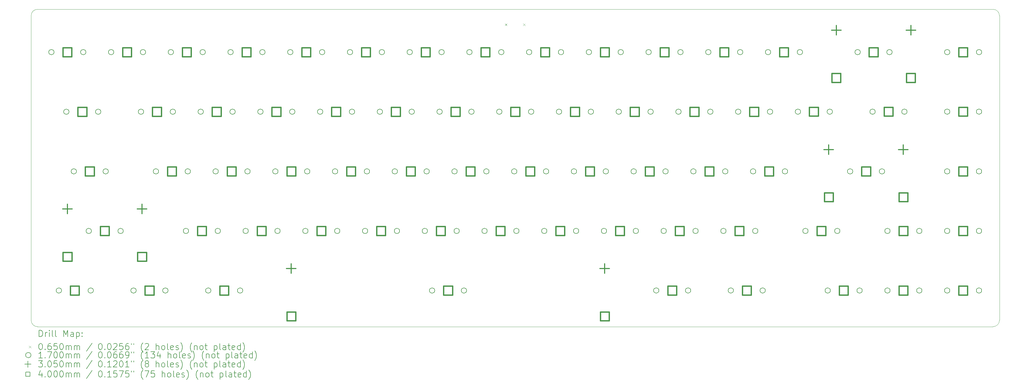
<source format=gbr>
%TF.GenerationSoftware,KiCad,Pcbnew,7.0.5*%
%TF.CreationDate,2023-07-12T18:10:13+02:00*%
%TF.ProjectId,keyboard,6b657962-6f61-4726-942e-6b696361645f,rev?*%
%TF.SameCoordinates,Original*%
%TF.FileFunction,Drillmap*%
%TF.FilePolarity,Positive*%
%FSLAX45Y45*%
G04 Gerber Fmt 4.5, Leading zero omitted, Abs format (unit mm)*
G04 Created by KiCad (PCBNEW 7.0.5) date 2023-07-12 18:10:13*
%MOMM*%
%LPD*%
G01*
G04 APERTURE LIST*
%ADD10C,0.100000*%
%ADD11C,0.200000*%
%ADD12C,0.065000*%
%ADD13C,0.170000*%
%ADD14C,0.305000*%
%ADD15C,0.400000*%
G04 APERTURE END LIST*
D10*
X33528003Y-4398957D02*
G75*
G03*
X33323000Y-4193957I-205003J-3D01*
G01*
X2843957Y-4192957D02*
G75*
G03*
X2638957Y-4397957I0J-205000D01*
G01*
X2639000Y-14136000D02*
G75*
G03*
X2844000Y-14341000I205000J0D01*
G01*
X2843957Y-4192957D02*
X33323000Y-4193957D01*
X2844000Y-14341000D02*
X33323000Y-14341000D01*
X2639000Y-14136000D02*
X2638957Y-4397957D01*
X33528000Y-4398957D02*
X33528000Y-14136000D01*
X33323000Y-14341000D02*
G75*
G03*
X33528000Y-14136000I0J205000D01*
G01*
D11*
D12*
X17756500Y-4654000D02*
X17821500Y-4719000D01*
X17821500Y-4654000D02*
X17756500Y-4719000D01*
X18334500Y-4654000D02*
X18399500Y-4719000D01*
X18399500Y-4654000D02*
X18334500Y-4719000D01*
D13*
X3371000Y-5563000D02*
G75*
G03*
X3371000Y-5563000I-85000J0D01*
G01*
X3609000Y-13185000D02*
G75*
G03*
X3609000Y-13185000I-85000J0D01*
G01*
X3847000Y-7469000D02*
G75*
G03*
X3847000Y-7469000I-85000J0D01*
G01*
X4085500Y-9375000D02*
G75*
G03*
X4085500Y-9375000I-85000J0D01*
G01*
X4387000Y-5563000D02*
G75*
G03*
X4387000Y-5563000I-85000J0D01*
G01*
X4562000Y-11280000D02*
G75*
G03*
X4562000Y-11280000I-85000J0D01*
G01*
X4625000Y-13185000D02*
G75*
G03*
X4625000Y-13185000I-85000J0D01*
G01*
X4863000Y-7469000D02*
G75*
G03*
X4863000Y-7469000I-85000J0D01*
G01*
X5101500Y-9375000D02*
G75*
G03*
X5101500Y-9375000I-85000J0D01*
G01*
X5276000Y-5563000D02*
G75*
G03*
X5276000Y-5563000I-85000J0D01*
G01*
X5578000Y-11280000D02*
G75*
G03*
X5578000Y-11280000I-85000J0D01*
G01*
X5990000Y-13185000D02*
G75*
G03*
X5990000Y-13185000I-85000J0D01*
G01*
X6228500Y-7468000D02*
G75*
G03*
X6228500Y-7468000I-85000J0D01*
G01*
X6292000Y-5563000D02*
G75*
G03*
X6292000Y-5563000I-85000J0D01*
G01*
X6704520Y-9375000D02*
G75*
G03*
X6704520Y-9375000I-85000J0D01*
G01*
X7006000Y-13185000D02*
G75*
G03*
X7006000Y-13185000I-85000J0D01*
G01*
X7181000Y-5563000D02*
G75*
G03*
X7181000Y-5563000I-85000J0D01*
G01*
X7244500Y-7468000D02*
G75*
G03*
X7244500Y-7468000I-85000J0D01*
G01*
X7662100Y-11280000D02*
G75*
G03*
X7662100Y-11280000I-85000J0D01*
G01*
X7720520Y-9375000D02*
G75*
G03*
X7720520Y-9375000I-85000J0D01*
G01*
X8133500Y-7468000D02*
G75*
G03*
X8133500Y-7468000I-85000J0D01*
G01*
X8197000Y-5563000D02*
G75*
G03*
X8197000Y-5563000I-85000J0D01*
G01*
X8374000Y-13185000D02*
G75*
G03*
X8374000Y-13185000I-85000J0D01*
G01*
X8609520Y-9375000D02*
G75*
G03*
X8609520Y-9375000I-85000J0D01*
G01*
X8678100Y-11280000D02*
G75*
G03*
X8678100Y-11280000I-85000J0D01*
G01*
X9086000Y-5563000D02*
G75*
G03*
X9086000Y-5563000I-85000J0D01*
G01*
X9149500Y-7468000D02*
G75*
G03*
X9149500Y-7468000I-85000J0D01*
G01*
X9390000Y-13185000D02*
G75*
G03*
X9390000Y-13185000I-85000J0D01*
G01*
X9567100Y-11280000D02*
G75*
G03*
X9567100Y-11280000I-85000J0D01*
G01*
X9625520Y-9375000D02*
G75*
G03*
X9625520Y-9375000I-85000J0D01*
G01*
X10038500Y-7468000D02*
G75*
G03*
X10038500Y-7468000I-85000J0D01*
G01*
X10102000Y-5563000D02*
G75*
G03*
X10102000Y-5563000I-85000J0D01*
G01*
X10514520Y-9375000D02*
G75*
G03*
X10514520Y-9375000I-85000J0D01*
G01*
X10583100Y-11280000D02*
G75*
G03*
X10583100Y-11280000I-85000J0D01*
G01*
X10991000Y-5563000D02*
G75*
G03*
X10991000Y-5563000I-85000J0D01*
G01*
X11054500Y-7468000D02*
G75*
G03*
X11054500Y-7468000I-85000J0D01*
G01*
X11472100Y-11280000D02*
G75*
G03*
X11472100Y-11280000I-85000J0D01*
G01*
X11530520Y-9375000D02*
G75*
G03*
X11530520Y-9375000I-85000J0D01*
G01*
X11943500Y-7468000D02*
G75*
G03*
X11943500Y-7468000I-85000J0D01*
G01*
X12007000Y-5563000D02*
G75*
G03*
X12007000Y-5563000I-85000J0D01*
G01*
X12419520Y-9375000D02*
G75*
G03*
X12419520Y-9375000I-85000J0D01*
G01*
X12488100Y-11280000D02*
G75*
G03*
X12488100Y-11280000I-85000J0D01*
G01*
X12896000Y-5563000D02*
G75*
G03*
X12896000Y-5563000I-85000J0D01*
G01*
X12959500Y-7468000D02*
G75*
G03*
X12959500Y-7468000I-85000J0D01*
G01*
X13377100Y-11280000D02*
G75*
G03*
X13377100Y-11280000I-85000J0D01*
G01*
X13435520Y-9375000D02*
G75*
G03*
X13435520Y-9375000I-85000J0D01*
G01*
X13848500Y-7468000D02*
G75*
G03*
X13848500Y-7468000I-85000J0D01*
G01*
X13912000Y-5563000D02*
G75*
G03*
X13912000Y-5563000I-85000J0D01*
G01*
X14324520Y-9375000D02*
G75*
G03*
X14324520Y-9375000I-85000J0D01*
G01*
X14393100Y-11280000D02*
G75*
G03*
X14393100Y-11280000I-85000J0D01*
G01*
X14801000Y-5563000D02*
G75*
G03*
X14801000Y-5563000I-85000J0D01*
G01*
X14864500Y-7468000D02*
G75*
G03*
X14864500Y-7468000I-85000J0D01*
G01*
X15282100Y-11280000D02*
G75*
G03*
X15282100Y-11280000I-85000J0D01*
G01*
X15340520Y-9375000D02*
G75*
G03*
X15340520Y-9375000I-85000J0D01*
G01*
X15514000Y-13185000D02*
G75*
G03*
X15514000Y-13185000I-85000J0D01*
G01*
X15753500Y-7468000D02*
G75*
G03*
X15753500Y-7468000I-85000J0D01*
G01*
X15817000Y-5563000D02*
G75*
G03*
X15817000Y-5563000I-85000J0D01*
G01*
X16229520Y-9375000D02*
G75*
G03*
X16229520Y-9375000I-85000J0D01*
G01*
X16298100Y-11280000D02*
G75*
G03*
X16298100Y-11280000I-85000J0D01*
G01*
X16530000Y-13185000D02*
G75*
G03*
X16530000Y-13185000I-85000J0D01*
G01*
X16706000Y-5563000D02*
G75*
G03*
X16706000Y-5563000I-85000J0D01*
G01*
X16769500Y-7468000D02*
G75*
G03*
X16769500Y-7468000I-85000J0D01*
G01*
X17187100Y-11280000D02*
G75*
G03*
X17187100Y-11280000I-85000J0D01*
G01*
X17245520Y-9375000D02*
G75*
G03*
X17245520Y-9375000I-85000J0D01*
G01*
X17658500Y-7468000D02*
G75*
G03*
X17658500Y-7468000I-85000J0D01*
G01*
X17722000Y-5563000D02*
G75*
G03*
X17722000Y-5563000I-85000J0D01*
G01*
X18134520Y-9375000D02*
G75*
G03*
X18134520Y-9375000I-85000J0D01*
G01*
X18203100Y-11280000D02*
G75*
G03*
X18203100Y-11280000I-85000J0D01*
G01*
X18610000Y-5563000D02*
G75*
G03*
X18610000Y-5563000I-85000J0D01*
G01*
X18674500Y-7468000D02*
G75*
G03*
X18674500Y-7468000I-85000J0D01*
G01*
X19092100Y-11280000D02*
G75*
G03*
X19092100Y-11280000I-85000J0D01*
G01*
X19150520Y-9375000D02*
G75*
G03*
X19150520Y-9375000I-85000J0D01*
G01*
X19563500Y-7468000D02*
G75*
G03*
X19563500Y-7468000I-85000J0D01*
G01*
X19626000Y-5563000D02*
G75*
G03*
X19626000Y-5563000I-85000J0D01*
G01*
X20039520Y-9375000D02*
G75*
G03*
X20039520Y-9375000I-85000J0D01*
G01*
X20108100Y-11280000D02*
G75*
G03*
X20108100Y-11280000I-85000J0D01*
G01*
X20516000Y-5563000D02*
G75*
G03*
X20516000Y-5563000I-85000J0D01*
G01*
X20579500Y-7468000D02*
G75*
G03*
X20579500Y-7468000I-85000J0D01*
G01*
X20997100Y-11280000D02*
G75*
G03*
X20997100Y-11280000I-85000J0D01*
G01*
X21055520Y-9375000D02*
G75*
G03*
X21055520Y-9375000I-85000J0D01*
G01*
X21468500Y-7468000D02*
G75*
G03*
X21468500Y-7468000I-85000J0D01*
G01*
X21532000Y-5563000D02*
G75*
G03*
X21532000Y-5563000I-85000J0D01*
G01*
X21944520Y-9375000D02*
G75*
G03*
X21944520Y-9375000I-85000J0D01*
G01*
X22013100Y-11280000D02*
G75*
G03*
X22013100Y-11280000I-85000J0D01*
G01*
X22421000Y-5563000D02*
G75*
G03*
X22421000Y-5563000I-85000J0D01*
G01*
X22484500Y-7468000D02*
G75*
G03*
X22484500Y-7468000I-85000J0D01*
G01*
X22664000Y-13184000D02*
G75*
G03*
X22664000Y-13184000I-85000J0D01*
G01*
X22902100Y-11280000D02*
G75*
G03*
X22902100Y-11280000I-85000J0D01*
G01*
X22960520Y-9375000D02*
G75*
G03*
X22960520Y-9375000I-85000J0D01*
G01*
X23373500Y-7468000D02*
G75*
G03*
X23373500Y-7468000I-85000J0D01*
G01*
X23437000Y-5563000D02*
G75*
G03*
X23437000Y-5563000I-85000J0D01*
G01*
X23680000Y-13184000D02*
G75*
G03*
X23680000Y-13184000I-85000J0D01*
G01*
X23849520Y-9375000D02*
G75*
G03*
X23849520Y-9375000I-85000J0D01*
G01*
X23918100Y-11280000D02*
G75*
G03*
X23918100Y-11280000I-85000J0D01*
G01*
X24326000Y-5563000D02*
G75*
G03*
X24326000Y-5563000I-85000J0D01*
G01*
X24389500Y-7468000D02*
G75*
G03*
X24389500Y-7468000I-85000J0D01*
G01*
X24807100Y-11280000D02*
G75*
G03*
X24807100Y-11280000I-85000J0D01*
G01*
X24865520Y-9375000D02*
G75*
G03*
X24865520Y-9375000I-85000J0D01*
G01*
X25043000Y-13184000D02*
G75*
G03*
X25043000Y-13184000I-85000J0D01*
G01*
X25278500Y-7468000D02*
G75*
G03*
X25278500Y-7468000I-85000J0D01*
G01*
X25342000Y-5563000D02*
G75*
G03*
X25342000Y-5563000I-85000J0D01*
G01*
X25754520Y-9375000D02*
G75*
G03*
X25754520Y-9375000I-85000J0D01*
G01*
X25823100Y-11280000D02*
G75*
G03*
X25823100Y-11280000I-85000J0D01*
G01*
X26059000Y-13184000D02*
G75*
G03*
X26059000Y-13184000I-85000J0D01*
G01*
X26231000Y-5563000D02*
G75*
G03*
X26231000Y-5563000I-85000J0D01*
G01*
X26294500Y-7468000D02*
G75*
G03*
X26294500Y-7468000I-85000J0D01*
G01*
X26770520Y-9375000D02*
G75*
G03*
X26770520Y-9375000I-85000J0D01*
G01*
X27183500Y-7467000D02*
G75*
G03*
X27183500Y-7467000I-85000J0D01*
G01*
X27247000Y-5563000D02*
G75*
G03*
X27247000Y-5563000I-85000J0D01*
G01*
X27423300Y-11280000D02*
G75*
G03*
X27423300Y-11280000I-85000J0D01*
G01*
X28134500Y-13185000D02*
G75*
G03*
X28134500Y-13185000I-85000J0D01*
G01*
X28199500Y-7467000D02*
G75*
G03*
X28199500Y-7467000I-85000J0D01*
G01*
X28439300Y-11280000D02*
G75*
G03*
X28439300Y-11280000I-85000J0D01*
G01*
X28848240Y-9376020D02*
G75*
G03*
X28848240Y-9376020I-85000J0D01*
G01*
X29088500Y-5563000D02*
G75*
G03*
X29088500Y-5563000I-85000J0D01*
G01*
X29150500Y-13185000D02*
G75*
G03*
X29150500Y-13185000I-85000J0D01*
G01*
X29564500Y-7467000D02*
G75*
G03*
X29564500Y-7467000I-85000J0D01*
G01*
X29864240Y-9376020D02*
G75*
G03*
X29864240Y-9376020I-85000J0D01*
G01*
X30039500Y-11280000D02*
G75*
G03*
X30039500Y-11280000I-85000J0D01*
G01*
X30039500Y-13185000D02*
G75*
G03*
X30039500Y-13185000I-85000J0D01*
G01*
X30104500Y-5563000D02*
G75*
G03*
X30104500Y-5563000I-85000J0D01*
G01*
X30580500Y-7467000D02*
G75*
G03*
X30580500Y-7467000I-85000J0D01*
G01*
X31055500Y-11280000D02*
G75*
G03*
X31055500Y-11280000I-85000J0D01*
G01*
X31055500Y-13185000D02*
G75*
G03*
X31055500Y-13185000I-85000J0D01*
G01*
X31944500Y-9375000D02*
G75*
G03*
X31944500Y-9375000I-85000J0D01*
G01*
X31944500Y-11280000D02*
G75*
G03*
X31944500Y-11280000I-85000J0D01*
G01*
X31944500Y-13185000D02*
G75*
G03*
X31944500Y-13185000I-85000J0D01*
G01*
X31945500Y-7466000D02*
G75*
G03*
X31945500Y-7466000I-85000J0D01*
G01*
X31946000Y-5563000D02*
G75*
G03*
X31946000Y-5563000I-85000J0D01*
G01*
X32960500Y-9375000D02*
G75*
G03*
X32960500Y-9375000I-85000J0D01*
G01*
X32960500Y-11280000D02*
G75*
G03*
X32960500Y-11280000I-85000J0D01*
G01*
X32960500Y-13185000D02*
G75*
G03*
X32960500Y-13185000I-85000J0D01*
G01*
X32961500Y-7466000D02*
G75*
G03*
X32961500Y-7466000I-85000J0D01*
G01*
X32962000Y-5563000D02*
G75*
G03*
X32962000Y-5563000I-85000J0D01*
G01*
D14*
X3795000Y-10427500D02*
X3795000Y-10732500D01*
X3642500Y-10580000D02*
X3947500Y-10580000D01*
X6175000Y-10427500D02*
X6175000Y-10732500D01*
X6022500Y-10580000D02*
X6327500Y-10580000D01*
X10937000Y-12332500D02*
X10937000Y-12637500D01*
X10784500Y-12485000D02*
X11089500Y-12485000D01*
X20937000Y-12332500D02*
X20937000Y-12637500D01*
X20784500Y-12485000D02*
X21089500Y-12485000D01*
X28081240Y-8523520D02*
X28081240Y-8828520D01*
X27928740Y-8676020D02*
X28233740Y-8676020D01*
X28321500Y-4710500D02*
X28321500Y-5015500D01*
X28169000Y-4863000D02*
X28474000Y-4863000D01*
X30461240Y-8523520D02*
X30461240Y-8828520D01*
X30308740Y-8676020D02*
X30613740Y-8676020D01*
X30701500Y-4710500D02*
X30701500Y-5015500D01*
X30549000Y-4863000D02*
X30854000Y-4863000D01*
D15*
X3935423Y-5704423D02*
X3935423Y-5421577D01*
X3652577Y-5421577D01*
X3652577Y-5704423D01*
X3935423Y-5704423D01*
X3936423Y-12245423D02*
X3936423Y-11962577D01*
X3653577Y-11962577D01*
X3653577Y-12245423D01*
X3936423Y-12245423D01*
X4173423Y-13326423D02*
X4173423Y-13043577D01*
X3890577Y-13043577D01*
X3890577Y-13326423D01*
X4173423Y-13326423D01*
X4411423Y-7610423D02*
X4411423Y-7327577D01*
X4128577Y-7327577D01*
X4128577Y-7610423D01*
X4411423Y-7610423D01*
X4649923Y-9516423D02*
X4649923Y-9233577D01*
X4367077Y-9233577D01*
X4367077Y-9516423D01*
X4649923Y-9516423D01*
X5126423Y-11421423D02*
X5126423Y-11138577D01*
X4843577Y-11138577D01*
X4843577Y-11421423D01*
X5126423Y-11421423D01*
X5840423Y-5704423D02*
X5840423Y-5421577D01*
X5557577Y-5421577D01*
X5557577Y-5704423D01*
X5840423Y-5704423D01*
X6316423Y-12245423D02*
X6316423Y-11962577D01*
X6033577Y-11962577D01*
X6033577Y-12245423D01*
X6316423Y-12245423D01*
X6554423Y-13326423D02*
X6554423Y-13043577D01*
X6271577Y-13043577D01*
X6271577Y-13326423D01*
X6554423Y-13326423D01*
X6792923Y-7609423D02*
X6792923Y-7326577D01*
X6510077Y-7326577D01*
X6510077Y-7609423D01*
X6792923Y-7609423D01*
X7268943Y-9516423D02*
X7268943Y-9233577D01*
X6986097Y-9233577D01*
X6986097Y-9516423D01*
X7268943Y-9516423D01*
X7745423Y-5704423D02*
X7745423Y-5421577D01*
X7462577Y-5421577D01*
X7462577Y-5704423D01*
X7745423Y-5704423D01*
X8226523Y-11421423D02*
X8226523Y-11138577D01*
X7943677Y-11138577D01*
X7943677Y-11421423D01*
X8226523Y-11421423D01*
X8697923Y-7609423D02*
X8697923Y-7326577D01*
X8415077Y-7326577D01*
X8415077Y-7609423D01*
X8697923Y-7609423D01*
X8938423Y-13326423D02*
X8938423Y-13043577D01*
X8655577Y-13043577D01*
X8655577Y-13326423D01*
X8938423Y-13326423D01*
X9173943Y-9516423D02*
X9173943Y-9233577D01*
X8891097Y-9233577D01*
X8891097Y-9516423D01*
X9173943Y-9516423D01*
X9650423Y-5704423D02*
X9650423Y-5421577D01*
X9367577Y-5421577D01*
X9367577Y-5704423D01*
X9650423Y-5704423D01*
X10131523Y-11421423D02*
X10131523Y-11138577D01*
X9848677Y-11138577D01*
X9848677Y-11421423D01*
X10131523Y-11421423D01*
X10602923Y-7609423D02*
X10602923Y-7326577D01*
X10320077Y-7326577D01*
X10320077Y-7609423D01*
X10602923Y-7609423D01*
X11078423Y-14150423D02*
X11078423Y-13867577D01*
X10795577Y-13867577D01*
X10795577Y-14150423D01*
X11078423Y-14150423D01*
X11078943Y-9516423D02*
X11078943Y-9233577D01*
X10796097Y-9233577D01*
X10796097Y-9516423D01*
X11078943Y-9516423D01*
X11555423Y-5704423D02*
X11555423Y-5421577D01*
X11272577Y-5421577D01*
X11272577Y-5704423D01*
X11555423Y-5704423D01*
X12036523Y-11421423D02*
X12036523Y-11138577D01*
X11753677Y-11138577D01*
X11753677Y-11421423D01*
X12036523Y-11421423D01*
X12507923Y-7609423D02*
X12507923Y-7326577D01*
X12225077Y-7326577D01*
X12225077Y-7609423D01*
X12507923Y-7609423D01*
X12983943Y-9516423D02*
X12983943Y-9233577D01*
X12701097Y-9233577D01*
X12701097Y-9516423D01*
X12983943Y-9516423D01*
X13460423Y-5704423D02*
X13460423Y-5421577D01*
X13177577Y-5421577D01*
X13177577Y-5704423D01*
X13460423Y-5704423D01*
X13941523Y-11421423D02*
X13941523Y-11138577D01*
X13658677Y-11138577D01*
X13658677Y-11421423D01*
X13941523Y-11421423D01*
X14412923Y-7609423D02*
X14412923Y-7326577D01*
X14130077Y-7326577D01*
X14130077Y-7609423D01*
X14412923Y-7609423D01*
X14888943Y-9516423D02*
X14888943Y-9233577D01*
X14606097Y-9233577D01*
X14606097Y-9516423D01*
X14888943Y-9516423D01*
X15365423Y-5704423D02*
X15365423Y-5421577D01*
X15082577Y-5421577D01*
X15082577Y-5704423D01*
X15365423Y-5704423D01*
X15846523Y-11421423D02*
X15846523Y-11138577D01*
X15563677Y-11138577D01*
X15563677Y-11421423D01*
X15846523Y-11421423D01*
X16078423Y-13326423D02*
X16078423Y-13043577D01*
X15795577Y-13043577D01*
X15795577Y-13326423D01*
X16078423Y-13326423D01*
X16317923Y-7609423D02*
X16317923Y-7326577D01*
X16035077Y-7326577D01*
X16035077Y-7609423D01*
X16317923Y-7609423D01*
X16793943Y-9516423D02*
X16793943Y-9233577D01*
X16511097Y-9233577D01*
X16511097Y-9516423D01*
X16793943Y-9516423D01*
X17270423Y-5704423D02*
X17270423Y-5421577D01*
X16987577Y-5421577D01*
X16987577Y-5704423D01*
X17270423Y-5704423D01*
X17751523Y-11421423D02*
X17751523Y-11138577D01*
X17468677Y-11138577D01*
X17468677Y-11421423D01*
X17751523Y-11421423D01*
X18222923Y-7609423D02*
X18222923Y-7326577D01*
X17940077Y-7326577D01*
X17940077Y-7609423D01*
X18222923Y-7609423D01*
X18698943Y-9516423D02*
X18698943Y-9233577D01*
X18416097Y-9233577D01*
X18416097Y-9516423D01*
X18698943Y-9516423D01*
X19174423Y-5704423D02*
X19174423Y-5421577D01*
X18891577Y-5421577D01*
X18891577Y-5704423D01*
X19174423Y-5704423D01*
X19656523Y-11421423D02*
X19656523Y-11138577D01*
X19373677Y-11138577D01*
X19373677Y-11421423D01*
X19656523Y-11421423D01*
X20127923Y-7609423D02*
X20127923Y-7326577D01*
X19845077Y-7326577D01*
X19845077Y-7609423D01*
X20127923Y-7609423D01*
X20603943Y-9516423D02*
X20603943Y-9233577D01*
X20321097Y-9233577D01*
X20321097Y-9516423D01*
X20603943Y-9516423D01*
X21078423Y-14150423D02*
X21078423Y-13867577D01*
X20795577Y-13867577D01*
X20795577Y-14150423D01*
X21078423Y-14150423D01*
X21080423Y-5704423D02*
X21080423Y-5421577D01*
X20797577Y-5421577D01*
X20797577Y-5704423D01*
X21080423Y-5704423D01*
X21561523Y-11421423D02*
X21561523Y-11138577D01*
X21278677Y-11138577D01*
X21278677Y-11421423D01*
X21561523Y-11421423D01*
X22032923Y-7609423D02*
X22032923Y-7326577D01*
X21750077Y-7326577D01*
X21750077Y-7609423D01*
X22032923Y-7609423D01*
X22508943Y-9516423D02*
X22508943Y-9233577D01*
X22226097Y-9233577D01*
X22226097Y-9516423D01*
X22508943Y-9516423D01*
X22985423Y-5704423D02*
X22985423Y-5421577D01*
X22702577Y-5421577D01*
X22702577Y-5704423D01*
X22985423Y-5704423D01*
X23228423Y-13325423D02*
X23228423Y-13042577D01*
X22945577Y-13042577D01*
X22945577Y-13325423D01*
X23228423Y-13325423D01*
X23466523Y-11421423D02*
X23466523Y-11138577D01*
X23183677Y-11138577D01*
X23183677Y-11421423D01*
X23466523Y-11421423D01*
X23937923Y-7609423D02*
X23937923Y-7326577D01*
X23655077Y-7326577D01*
X23655077Y-7609423D01*
X23937923Y-7609423D01*
X24413943Y-9516423D02*
X24413943Y-9233577D01*
X24131097Y-9233577D01*
X24131097Y-9516423D01*
X24413943Y-9516423D01*
X24890423Y-5704423D02*
X24890423Y-5421577D01*
X24607577Y-5421577D01*
X24607577Y-5704423D01*
X24890423Y-5704423D01*
X25371523Y-11421423D02*
X25371523Y-11138577D01*
X25088677Y-11138577D01*
X25088677Y-11421423D01*
X25371523Y-11421423D01*
X25607423Y-13325423D02*
X25607423Y-13042577D01*
X25324577Y-13042577D01*
X25324577Y-13325423D01*
X25607423Y-13325423D01*
X25842923Y-7609423D02*
X25842923Y-7326577D01*
X25560077Y-7326577D01*
X25560077Y-7609423D01*
X25842923Y-7609423D01*
X26318943Y-9516423D02*
X26318943Y-9233577D01*
X26036097Y-9233577D01*
X26036097Y-9516423D01*
X26318943Y-9516423D01*
X26795423Y-5704423D02*
X26795423Y-5421577D01*
X26512577Y-5421577D01*
X26512577Y-5704423D01*
X26795423Y-5704423D01*
X27747923Y-7608423D02*
X27747923Y-7325577D01*
X27465077Y-7325577D01*
X27465077Y-7608423D01*
X27747923Y-7608423D01*
X27987723Y-11421423D02*
X27987723Y-11138577D01*
X27704877Y-11138577D01*
X27704877Y-11421423D01*
X27987723Y-11421423D01*
X28222663Y-10341443D02*
X28222663Y-10058597D01*
X27939817Y-10058597D01*
X27939817Y-10341443D01*
X28222663Y-10341443D01*
X28462923Y-6528423D02*
X28462923Y-6245577D01*
X28180077Y-6245577D01*
X28180077Y-6528423D01*
X28462923Y-6528423D01*
X28698923Y-13326423D02*
X28698923Y-13043577D01*
X28416077Y-13043577D01*
X28416077Y-13326423D01*
X28698923Y-13326423D01*
X29412663Y-9517443D02*
X29412663Y-9234597D01*
X29129817Y-9234597D01*
X29129817Y-9517443D01*
X29412663Y-9517443D01*
X29652923Y-5704423D02*
X29652923Y-5421577D01*
X29370077Y-5421577D01*
X29370077Y-5704423D01*
X29652923Y-5704423D01*
X30128923Y-7608423D02*
X30128923Y-7325577D01*
X29846077Y-7325577D01*
X29846077Y-7608423D01*
X30128923Y-7608423D01*
X30602663Y-10341443D02*
X30602663Y-10058597D01*
X30319817Y-10058597D01*
X30319817Y-10341443D01*
X30602663Y-10341443D01*
X30603923Y-11421423D02*
X30603923Y-11138577D01*
X30321077Y-11138577D01*
X30321077Y-11421423D01*
X30603923Y-11421423D01*
X30603923Y-13326423D02*
X30603923Y-13043577D01*
X30321077Y-13043577D01*
X30321077Y-13326423D01*
X30603923Y-13326423D01*
X30842923Y-6528423D02*
X30842923Y-6245577D01*
X30560077Y-6245577D01*
X30560077Y-6528423D01*
X30842923Y-6528423D01*
X32508923Y-9516423D02*
X32508923Y-9233577D01*
X32226077Y-9233577D01*
X32226077Y-9516423D01*
X32508923Y-9516423D01*
X32508923Y-11421423D02*
X32508923Y-11138577D01*
X32226077Y-11138577D01*
X32226077Y-11421423D01*
X32508923Y-11421423D01*
X32508923Y-13326423D02*
X32508923Y-13043577D01*
X32226077Y-13043577D01*
X32226077Y-13326423D01*
X32508923Y-13326423D01*
X32509923Y-7607423D02*
X32509923Y-7324577D01*
X32227077Y-7324577D01*
X32227077Y-7607423D01*
X32509923Y-7607423D01*
X32510423Y-5704423D02*
X32510423Y-5421577D01*
X32227577Y-5421577D01*
X32227577Y-5704423D01*
X32510423Y-5704423D01*
D11*
X2894734Y-14657484D02*
X2894734Y-14457484D01*
X2894734Y-14457484D02*
X2942353Y-14457484D01*
X2942353Y-14457484D02*
X2970924Y-14467008D01*
X2970924Y-14467008D02*
X2989972Y-14486055D01*
X2989972Y-14486055D02*
X2999496Y-14505103D01*
X2999496Y-14505103D02*
X3009019Y-14543198D01*
X3009019Y-14543198D02*
X3009019Y-14571770D01*
X3009019Y-14571770D02*
X2999496Y-14609865D01*
X2999496Y-14609865D02*
X2989972Y-14628912D01*
X2989972Y-14628912D02*
X2970924Y-14647960D01*
X2970924Y-14647960D02*
X2942353Y-14657484D01*
X2942353Y-14657484D02*
X2894734Y-14657484D01*
X3094734Y-14657484D02*
X3094734Y-14524150D01*
X3094734Y-14562246D02*
X3104257Y-14543198D01*
X3104257Y-14543198D02*
X3113781Y-14533674D01*
X3113781Y-14533674D02*
X3132829Y-14524150D01*
X3132829Y-14524150D02*
X3151877Y-14524150D01*
X3218543Y-14657484D02*
X3218543Y-14524150D01*
X3218543Y-14457484D02*
X3209019Y-14467008D01*
X3209019Y-14467008D02*
X3218543Y-14476531D01*
X3218543Y-14476531D02*
X3228067Y-14467008D01*
X3228067Y-14467008D02*
X3218543Y-14457484D01*
X3218543Y-14457484D02*
X3218543Y-14476531D01*
X3342353Y-14657484D02*
X3323305Y-14647960D01*
X3323305Y-14647960D02*
X3313781Y-14628912D01*
X3313781Y-14628912D02*
X3313781Y-14457484D01*
X3447115Y-14657484D02*
X3428067Y-14647960D01*
X3428067Y-14647960D02*
X3418543Y-14628912D01*
X3418543Y-14628912D02*
X3418543Y-14457484D01*
X3675686Y-14657484D02*
X3675686Y-14457484D01*
X3675686Y-14457484D02*
X3742353Y-14600341D01*
X3742353Y-14600341D02*
X3809019Y-14457484D01*
X3809019Y-14457484D02*
X3809019Y-14657484D01*
X3989972Y-14657484D02*
X3989972Y-14552722D01*
X3989972Y-14552722D02*
X3980448Y-14533674D01*
X3980448Y-14533674D02*
X3961400Y-14524150D01*
X3961400Y-14524150D02*
X3923305Y-14524150D01*
X3923305Y-14524150D02*
X3904257Y-14533674D01*
X3989972Y-14647960D02*
X3970924Y-14657484D01*
X3970924Y-14657484D02*
X3923305Y-14657484D01*
X3923305Y-14657484D02*
X3904257Y-14647960D01*
X3904257Y-14647960D02*
X3894734Y-14628912D01*
X3894734Y-14628912D02*
X3894734Y-14609865D01*
X3894734Y-14609865D02*
X3904257Y-14590817D01*
X3904257Y-14590817D02*
X3923305Y-14581293D01*
X3923305Y-14581293D02*
X3970924Y-14581293D01*
X3970924Y-14581293D02*
X3989972Y-14571770D01*
X4085210Y-14524150D02*
X4085210Y-14724150D01*
X4085210Y-14533674D02*
X4104257Y-14524150D01*
X4104257Y-14524150D02*
X4142353Y-14524150D01*
X4142353Y-14524150D02*
X4161400Y-14533674D01*
X4161400Y-14533674D02*
X4170924Y-14543198D01*
X4170924Y-14543198D02*
X4180448Y-14562246D01*
X4180448Y-14562246D02*
X4180448Y-14619389D01*
X4180448Y-14619389D02*
X4170924Y-14638436D01*
X4170924Y-14638436D02*
X4161400Y-14647960D01*
X4161400Y-14647960D02*
X4142353Y-14657484D01*
X4142353Y-14657484D02*
X4104257Y-14657484D01*
X4104257Y-14657484D02*
X4085210Y-14647960D01*
X4266162Y-14638436D02*
X4275686Y-14647960D01*
X4275686Y-14647960D02*
X4266162Y-14657484D01*
X4266162Y-14657484D02*
X4256639Y-14647960D01*
X4256639Y-14647960D02*
X4266162Y-14638436D01*
X4266162Y-14638436D02*
X4266162Y-14657484D01*
X4266162Y-14533674D02*
X4275686Y-14543198D01*
X4275686Y-14543198D02*
X4266162Y-14552722D01*
X4266162Y-14552722D02*
X4256639Y-14543198D01*
X4256639Y-14543198D02*
X4266162Y-14533674D01*
X4266162Y-14533674D02*
X4266162Y-14552722D01*
D12*
X2568957Y-14953500D02*
X2633957Y-15018500D01*
X2633957Y-14953500D02*
X2568957Y-15018500D01*
D11*
X2932829Y-14877484D02*
X2951877Y-14877484D01*
X2951877Y-14877484D02*
X2970924Y-14887008D01*
X2970924Y-14887008D02*
X2980448Y-14896531D01*
X2980448Y-14896531D02*
X2989972Y-14915579D01*
X2989972Y-14915579D02*
X2999496Y-14953674D01*
X2999496Y-14953674D02*
X2999496Y-15001293D01*
X2999496Y-15001293D02*
X2989972Y-15039389D01*
X2989972Y-15039389D02*
X2980448Y-15058436D01*
X2980448Y-15058436D02*
X2970924Y-15067960D01*
X2970924Y-15067960D02*
X2951877Y-15077484D01*
X2951877Y-15077484D02*
X2932829Y-15077484D01*
X2932829Y-15077484D02*
X2913781Y-15067960D01*
X2913781Y-15067960D02*
X2904257Y-15058436D01*
X2904257Y-15058436D02*
X2894734Y-15039389D01*
X2894734Y-15039389D02*
X2885210Y-15001293D01*
X2885210Y-15001293D02*
X2885210Y-14953674D01*
X2885210Y-14953674D02*
X2894734Y-14915579D01*
X2894734Y-14915579D02*
X2904257Y-14896531D01*
X2904257Y-14896531D02*
X2913781Y-14887008D01*
X2913781Y-14887008D02*
X2932829Y-14877484D01*
X3085210Y-15058436D02*
X3094734Y-15067960D01*
X3094734Y-15067960D02*
X3085210Y-15077484D01*
X3085210Y-15077484D02*
X3075686Y-15067960D01*
X3075686Y-15067960D02*
X3085210Y-15058436D01*
X3085210Y-15058436D02*
X3085210Y-15077484D01*
X3266162Y-14877484D02*
X3228067Y-14877484D01*
X3228067Y-14877484D02*
X3209019Y-14887008D01*
X3209019Y-14887008D02*
X3199496Y-14896531D01*
X3199496Y-14896531D02*
X3180448Y-14925103D01*
X3180448Y-14925103D02*
X3170924Y-14963198D01*
X3170924Y-14963198D02*
X3170924Y-15039389D01*
X3170924Y-15039389D02*
X3180448Y-15058436D01*
X3180448Y-15058436D02*
X3189972Y-15067960D01*
X3189972Y-15067960D02*
X3209019Y-15077484D01*
X3209019Y-15077484D02*
X3247115Y-15077484D01*
X3247115Y-15077484D02*
X3266162Y-15067960D01*
X3266162Y-15067960D02*
X3275686Y-15058436D01*
X3275686Y-15058436D02*
X3285210Y-15039389D01*
X3285210Y-15039389D02*
X3285210Y-14991770D01*
X3285210Y-14991770D02*
X3275686Y-14972722D01*
X3275686Y-14972722D02*
X3266162Y-14963198D01*
X3266162Y-14963198D02*
X3247115Y-14953674D01*
X3247115Y-14953674D02*
X3209019Y-14953674D01*
X3209019Y-14953674D02*
X3189972Y-14963198D01*
X3189972Y-14963198D02*
X3180448Y-14972722D01*
X3180448Y-14972722D02*
X3170924Y-14991770D01*
X3466162Y-14877484D02*
X3370924Y-14877484D01*
X3370924Y-14877484D02*
X3361400Y-14972722D01*
X3361400Y-14972722D02*
X3370924Y-14963198D01*
X3370924Y-14963198D02*
X3389972Y-14953674D01*
X3389972Y-14953674D02*
X3437591Y-14953674D01*
X3437591Y-14953674D02*
X3456638Y-14963198D01*
X3456638Y-14963198D02*
X3466162Y-14972722D01*
X3466162Y-14972722D02*
X3475686Y-14991770D01*
X3475686Y-14991770D02*
X3475686Y-15039389D01*
X3475686Y-15039389D02*
X3466162Y-15058436D01*
X3466162Y-15058436D02*
X3456638Y-15067960D01*
X3456638Y-15067960D02*
X3437591Y-15077484D01*
X3437591Y-15077484D02*
X3389972Y-15077484D01*
X3389972Y-15077484D02*
X3370924Y-15067960D01*
X3370924Y-15067960D02*
X3361400Y-15058436D01*
X3599496Y-14877484D02*
X3618543Y-14877484D01*
X3618543Y-14877484D02*
X3637591Y-14887008D01*
X3637591Y-14887008D02*
X3647115Y-14896531D01*
X3647115Y-14896531D02*
X3656638Y-14915579D01*
X3656638Y-14915579D02*
X3666162Y-14953674D01*
X3666162Y-14953674D02*
X3666162Y-15001293D01*
X3666162Y-15001293D02*
X3656638Y-15039389D01*
X3656638Y-15039389D02*
X3647115Y-15058436D01*
X3647115Y-15058436D02*
X3637591Y-15067960D01*
X3637591Y-15067960D02*
X3618543Y-15077484D01*
X3618543Y-15077484D02*
X3599496Y-15077484D01*
X3599496Y-15077484D02*
X3580448Y-15067960D01*
X3580448Y-15067960D02*
X3570924Y-15058436D01*
X3570924Y-15058436D02*
X3561400Y-15039389D01*
X3561400Y-15039389D02*
X3551877Y-15001293D01*
X3551877Y-15001293D02*
X3551877Y-14953674D01*
X3551877Y-14953674D02*
X3561400Y-14915579D01*
X3561400Y-14915579D02*
X3570924Y-14896531D01*
X3570924Y-14896531D02*
X3580448Y-14887008D01*
X3580448Y-14887008D02*
X3599496Y-14877484D01*
X3751877Y-15077484D02*
X3751877Y-14944150D01*
X3751877Y-14963198D02*
X3761400Y-14953674D01*
X3761400Y-14953674D02*
X3780448Y-14944150D01*
X3780448Y-14944150D02*
X3809019Y-14944150D01*
X3809019Y-14944150D02*
X3828067Y-14953674D01*
X3828067Y-14953674D02*
X3837591Y-14972722D01*
X3837591Y-14972722D02*
X3837591Y-15077484D01*
X3837591Y-14972722D02*
X3847115Y-14953674D01*
X3847115Y-14953674D02*
X3866162Y-14944150D01*
X3866162Y-14944150D02*
X3894734Y-14944150D01*
X3894734Y-14944150D02*
X3913781Y-14953674D01*
X3913781Y-14953674D02*
X3923305Y-14972722D01*
X3923305Y-14972722D02*
X3923305Y-15077484D01*
X4018543Y-15077484D02*
X4018543Y-14944150D01*
X4018543Y-14963198D02*
X4028067Y-14953674D01*
X4028067Y-14953674D02*
X4047115Y-14944150D01*
X4047115Y-14944150D02*
X4075686Y-14944150D01*
X4075686Y-14944150D02*
X4094734Y-14953674D01*
X4094734Y-14953674D02*
X4104258Y-14972722D01*
X4104258Y-14972722D02*
X4104258Y-15077484D01*
X4104258Y-14972722D02*
X4113781Y-14953674D01*
X4113781Y-14953674D02*
X4132829Y-14944150D01*
X4132829Y-14944150D02*
X4161400Y-14944150D01*
X4161400Y-14944150D02*
X4180448Y-14953674D01*
X4180448Y-14953674D02*
X4189972Y-14972722D01*
X4189972Y-14972722D02*
X4189972Y-15077484D01*
X4580448Y-14867960D02*
X4409020Y-15125103D01*
X4837591Y-14877484D02*
X4856639Y-14877484D01*
X4856639Y-14877484D02*
X4875686Y-14887008D01*
X4875686Y-14887008D02*
X4885210Y-14896531D01*
X4885210Y-14896531D02*
X4894734Y-14915579D01*
X4894734Y-14915579D02*
X4904258Y-14953674D01*
X4904258Y-14953674D02*
X4904258Y-15001293D01*
X4904258Y-15001293D02*
X4894734Y-15039389D01*
X4894734Y-15039389D02*
X4885210Y-15058436D01*
X4885210Y-15058436D02*
X4875686Y-15067960D01*
X4875686Y-15067960D02*
X4856639Y-15077484D01*
X4856639Y-15077484D02*
X4837591Y-15077484D01*
X4837591Y-15077484D02*
X4818543Y-15067960D01*
X4818543Y-15067960D02*
X4809020Y-15058436D01*
X4809020Y-15058436D02*
X4799496Y-15039389D01*
X4799496Y-15039389D02*
X4789972Y-15001293D01*
X4789972Y-15001293D02*
X4789972Y-14953674D01*
X4789972Y-14953674D02*
X4799496Y-14915579D01*
X4799496Y-14915579D02*
X4809020Y-14896531D01*
X4809020Y-14896531D02*
X4818543Y-14887008D01*
X4818543Y-14887008D02*
X4837591Y-14877484D01*
X4989972Y-15058436D02*
X4999496Y-15067960D01*
X4999496Y-15067960D02*
X4989972Y-15077484D01*
X4989972Y-15077484D02*
X4980448Y-15067960D01*
X4980448Y-15067960D02*
X4989972Y-15058436D01*
X4989972Y-15058436D02*
X4989972Y-15077484D01*
X5123305Y-14877484D02*
X5142353Y-14877484D01*
X5142353Y-14877484D02*
X5161401Y-14887008D01*
X5161401Y-14887008D02*
X5170924Y-14896531D01*
X5170924Y-14896531D02*
X5180448Y-14915579D01*
X5180448Y-14915579D02*
X5189972Y-14953674D01*
X5189972Y-14953674D02*
X5189972Y-15001293D01*
X5189972Y-15001293D02*
X5180448Y-15039389D01*
X5180448Y-15039389D02*
X5170924Y-15058436D01*
X5170924Y-15058436D02*
X5161401Y-15067960D01*
X5161401Y-15067960D02*
X5142353Y-15077484D01*
X5142353Y-15077484D02*
X5123305Y-15077484D01*
X5123305Y-15077484D02*
X5104258Y-15067960D01*
X5104258Y-15067960D02*
X5094734Y-15058436D01*
X5094734Y-15058436D02*
X5085210Y-15039389D01*
X5085210Y-15039389D02*
X5075686Y-15001293D01*
X5075686Y-15001293D02*
X5075686Y-14953674D01*
X5075686Y-14953674D02*
X5085210Y-14915579D01*
X5085210Y-14915579D02*
X5094734Y-14896531D01*
X5094734Y-14896531D02*
X5104258Y-14887008D01*
X5104258Y-14887008D02*
X5123305Y-14877484D01*
X5266163Y-14896531D02*
X5275686Y-14887008D01*
X5275686Y-14887008D02*
X5294734Y-14877484D01*
X5294734Y-14877484D02*
X5342353Y-14877484D01*
X5342353Y-14877484D02*
X5361401Y-14887008D01*
X5361401Y-14887008D02*
X5370924Y-14896531D01*
X5370924Y-14896531D02*
X5380448Y-14915579D01*
X5380448Y-14915579D02*
X5380448Y-14934627D01*
X5380448Y-14934627D02*
X5370924Y-14963198D01*
X5370924Y-14963198D02*
X5256639Y-15077484D01*
X5256639Y-15077484D02*
X5380448Y-15077484D01*
X5561401Y-14877484D02*
X5466163Y-14877484D01*
X5466163Y-14877484D02*
X5456639Y-14972722D01*
X5456639Y-14972722D02*
X5466163Y-14963198D01*
X5466163Y-14963198D02*
X5485210Y-14953674D01*
X5485210Y-14953674D02*
X5532829Y-14953674D01*
X5532829Y-14953674D02*
X5551877Y-14963198D01*
X5551877Y-14963198D02*
X5561401Y-14972722D01*
X5561401Y-14972722D02*
X5570924Y-14991770D01*
X5570924Y-14991770D02*
X5570924Y-15039389D01*
X5570924Y-15039389D02*
X5561401Y-15058436D01*
X5561401Y-15058436D02*
X5551877Y-15067960D01*
X5551877Y-15067960D02*
X5532829Y-15077484D01*
X5532829Y-15077484D02*
X5485210Y-15077484D01*
X5485210Y-15077484D02*
X5466163Y-15067960D01*
X5466163Y-15067960D02*
X5456639Y-15058436D01*
X5742353Y-14877484D02*
X5704258Y-14877484D01*
X5704258Y-14877484D02*
X5685210Y-14887008D01*
X5685210Y-14887008D02*
X5675686Y-14896531D01*
X5675686Y-14896531D02*
X5656639Y-14925103D01*
X5656639Y-14925103D02*
X5647115Y-14963198D01*
X5647115Y-14963198D02*
X5647115Y-15039389D01*
X5647115Y-15039389D02*
X5656639Y-15058436D01*
X5656639Y-15058436D02*
X5666162Y-15067960D01*
X5666162Y-15067960D02*
X5685210Y-15077484D01*
X5685210Y-15077484D02*
X5723305Y-15077484D01*
X5723305Y-15077484D02*
X5742353Y-15067960D01*
X5742353Y-15067960D02*
X5751877Y-15058436D01*
X5751877Y-15058436D02*
X5761401Y-15039389D01*
X5761401Y-15039389D02*
X5761401Y-14991770D01*
X5761401Y-14991770D02*
X5751877Y-14972722D01*
X5751877Y-14972722D02*
X5742353Y-14963198D01*
X5742353Y-14963198D02*
X5723305Y-14953674D01*
X5723305Y-14953674D02*
X5685210Y-14953674D01*
X5685210Y-14953674D02*
X5666162Y-14963198D01*
X5666162Y-14963198D02*
X5656639Y-14972722D01*
X5656639Y-14972722D02*
X5647115Y-14991770D01*
X5837591Y-14877484D02*
X5837591Y-14915579D01*
X5913782Y-14877484D02*
X5913782Y-14915579D01*
X6209020Y-15153674D02*
X6199496Y-15144150D01*
X6199496Y-15144150D02*
X6180448Y-15115579D01*
X6180448Y-15115579D02*
X6170924Y-15096531D01*
X6170924Y-15096531D02*
X6161401Y-15067960D01*
X6161401Y-15067960D02*
X6151877Y-15020341D01*
X6151877Y-15020341D02*
X6151877Y-14982246D01*
X6151877Y-14982246D02*
X6161401Y-14934627D01*
X6161401Y-14934627D02*
X6170924Y-14906055D01*
X6170924Y-14906055D02*
X6180448Y-14887008D01*
X6180448Y-14887008D02*
X6199496Y-14858436D01*
X6199496Y-14858436D02*
X6209020Y-14848912D01*
X6275686Y-14896531D02*
X6285210Y-14887008D01*
X6285210Y-14887008D02*
X6304258Y-14877484D01*
X6304258Y-14877484D02*
X6351877Y-14877484D01*
X6351877Y-14877484D02*
X6370924Y-14887008D01*
X6370924Y-14887008D02*
X6380448Y-14896531D01*
X6380448Y-14896531D02*
X6389972Y-14915579D01*
X6389972Y-14915579D02*
X6389972Y-14934627D01*
X6389972Y-14934627D02*
X6380448Y-14963198D01*
X6380448Y-14963198D02*
X6266163Y-15077484D01*
X6266163Y-15077484D02*
X6389972Y-15077484D01*
X6628067Y-15077484D02*
X6628067Y-14877484D01*
X6713782Y-15077484D02*
X6713782Y-14972722D01*
X6713782Y-14972722D02*
X6704258Y-14953674D01*
X6704258Y-14953674D02*
X6685210Y-14944150D01*
X6685210Y-14944150D02*
X6656639Y-14944150D01*
X6656639Y-14944150D02*
X6637591Y-14953674D01*
X6637591Y-14953674D02*
X6628067Y-14963198D01*
X6837591Y-15077484D02*
X6818544Y-15067960D01*
X6818544Y-15067960D02*
X6809020Y-15058436D01*
X6809020Y-15058436D02*
X6799496Y-15039389D01*
X6799496Y-15039389D02*
X6799496Y-14982246D01*
X6799496Y-14982246D02*
X6809020Y-14963198D01*
X6809020Y-14963198D02*
X6818544Y-14953674D01*
X6818544Y-14953674D02*
X6837591Y-14944150D01*
X6837591Y-14944150D02*
X6866163Y-14944150D01*
X6866163Y-14944150D02*
X6885210Y-14953674D01*
X6885210Y-14953674D02*
X6894734Y-14963198D01*
X6894734Y-14963198D02*
X6904258Y-14982246D01*
X6904258Y-14982246D02*
X6904258Y-15039389D01*
X6904258Y-15039389D02*
X6894734Y-15058436D01*
X6894734Y-15058436D02*
X6885210Y-15067960D01*
X6885210Y-15067960D02*
X6866163Y-15077484D01*
X6866163Y-15077484D02*
X6837591Y-15077484D01*
X7018544Y-15077484D02*
X6999496Y-15067960D01*
X6999496Y-15067960D02*
X6989972Y-15048912D01*
X6989972Y-15048912D02*
X6989972Y-14877484D01*
X7170925Y-15067960D02*
X7151877Y-15077484D01*
X7151877Y-15077484D02*
X7113782Y-15077484D01*
X7113782Y-15077484D02*
X7094734Y-15067960D01*
X7094734Y-15067960D02*
X7085210Y-15048912D01*
X7085210Y-15048912D02*
X7085210Y-14972722D01*
X7085210Y-14972722D02*
X7094734Y-14953674D01*
X7094734Y-14953674D02*
X7113782Y-14944150D01*
X7113782Y-14944150D02*
X7151877Y-14944150D01*
X7151877Y-14944150D02*
X7170925Y-14953674D01*
X7170925Y-14953674D02*
X7180448Y-14972722D01*
X7180448Y-14972722D02*
X7180448Y-14991770D01*
X7180448Y-14991770D02*
X7085210Y-15010817D01*
X7256639Y-15067960D02*
X7275686Y-15077484D01*
X7275686Y-15077484D02*
X7313782Y-15077484D01*
X7313782Y-15077484D02*
X7332829Y-15067960D01*
X7332829Y-15067960D02*
X7342353Y-15048912D01*
X7342353Y-15048912D02*
X7342353Y-15039389D01*
X7342353Y-15039389D02*
X7332829Y-15020341D01*
X7332829Y-15020341D02*
X7313782Y-15010817D01*
X7313782Y-15010817D02*
X7285210Y-15010817D01*
X7285210Y-15010817D02*
X7266163Y-15001293D01*
X7266163Y-15001293D02*
X7256639Y-14982246D01*
X7256639Y-14982246D02*
X7256639Y-14972722D01*
X7256639Y-14972722D02*
X7266163Y-14953674D01*
X7266163Y-14953674D02*
X7285210Y-14944150D01*
X7285210Y-14944150D02*
X7313782Y-14944150D01*
X7313782Y-14944150D02*
X7332829Y-14953674D01*
X7409020Y-15153674D02*
X7418544Y-15144150D01*
X7418544Y-15144150D02*
X7437591Y-15115579D01*
X7437591Y-15115579D02*
X7447115Y-15096531D01*
X7447115Y-15096531D02*
X7456639Y-15067960D01*
X7456639Y-15067960D02*
X7466163Y-15020341D01*
X7466163Y-15020341D02*
X7466163Y-14982246D01*
X7466163Y-14982246D02*
X7456639Y-14934627D01*
X7456639Y-14934627D02*
X7447115Y-14906055D01*
X7447115Y-14906055D02*
X7437591Y-14887008D01*
X7437591Y-14887008D02*
X7418544Y-14858436D01*
X7418544Y-14858436D02*
X7409020Y-14848912D01*
X7770925Y-15153674D02*
X7761401Y-15144150D01*
X7761401Y-15144150D02*
X7742353Y-15115579D01*
X7742353Y-15115579D02*
X7732829Y-15096531D01*
X7732829Y-15096531D02*
X7723306Y-15067960D01*
X7723306Y-15067960D02*
X7713782Y-15020341D01*
X7713782Y-15020341D02*
X7713782Y-14982246D01*
X7713782Y-14982246D02*
X7723306Y-14934627D01*
X7723306Y-14934627D02*
X7732829Y-14906055D01*
X7732829Y-14906055D02*
X7742353Y-14887008D01*
X7742353Y-14887008D02*
X7761401Y-14858436D01*
X7761401Y-14858436D02*
X7770925Y-14848912D01*
X7847115Y-14944150D02*
X7847115Y-15077484D01*
X7847115Y-14963198D02*
X7856639Y-14953674D01*
X7856639Y-14953674D02*
X7875686Y-14944150D01*
X7875686Y-14944150D02*
X7904258Y-14944150D01*
X7904258Y-14944150D02*
X7923306Y-14953674D01*
X7923306Y-14953674D02*
X7932829Y-14972722D01*
X7932829Y-14972722D02*
X7932829Y-15077484D01*
X8056639Y-15077484D02*
X8037591Y-15067960D01*
X8037591Y-15067960D02*
X8028067Y-15058436D01*
X8028067Y-15058436D02*
X8018544Y-15039389D01*
X8018544Y-15039389D02*
X8018544Y-14982246D01*
X8018544Y-14982246D02*
X8028067Y-14963198D01*
X8028067Y-14963198D02*
X8037591Y-14953674D01*
X8037591Y-14953674D02*
X8056639Y-14944150D01*
X8056639Y-14944150D02*
X8085210Y-14944150D01*
X8085210Y-14944150D02*
X8104258Y-14953674D01*
X8104258Y-14953674D02*
X8113782Y-14963198D01*
X8113782Y-14963198D02*
X8123306Y-14982246D01*
X8123306Y-14982246D02*
X8123306Y-15039389D01*
X8123306Y-15039389D02*
X8113782Y-15058436D01*
X8113782Y-15058436D02*
X8104258Y-15067960D01*
X8104258Y-15067960D02*
X8085210Y-15077484D01*
X8085210Y-15077484D02*
X8056639Y-15077484D01*
X8180448Y-14944150D02*
X8256639Y-14944150D01*
X8209020Y-14877484D02*
X8209020Y-15048912D01*
X8209020Y-15048912D02*
X8218544Y-15067960D01*
X8218544Y-15067960D02*
X8237591Y-15077484D01*
X8237591Y-15077484D02*
X8256639Y-15077484D01*
X8475687Y-14944150D02*
X8475687Y-15144150D01*
X8475687Y-14953674D02*
X8494734Y-14944150D01*
X8494734Y-14944150D02*
X8532830Y-14944150D01*
X8532830Y-14944150D02*
X8551877Y-14953674D01*
X8551877Y-14953674D02*
X8561401Y-14963198D01*
X8561401Y-14963198D02*
X8570925Y-14982246D01*
X8570925Y-14982246D02*
X8570925Y-15039389D01*
X8570925Y-15039389D02*
X8561401Y-15058436D01*
X8561401Y-15058436D02*
X8551877Y-15067960D01*
X8551877Y-15067960D02*
X8532830Y-15077484D01*
X8532830Y-15077484D02*
X8494734Y-15077484D01*
X8494734Y-15077484D02*
X8475687Y-15067960D01*
X8685210Y-15077484D02*
X8666163Y-15067960D01*
X8666163Y-15067960D02*
X8656639Y-15048912D01*
X8656639Y-15048912D02*
X8656639Y-14877484D01*
X8847115Y-15077484D02*
X8847115Y-14972722D01*
X8847115Y-14972722D02*
X8837591Y-14953674D01*
X8837591Y-14953674D02*
X8818544Y-14944150D01*
X8818544Y-14944150D02*
X8780449Y-14944150D01*
X8780449Y-14944150D02*
X8761401Y-14953674D01*
X8847115Y-15067960D02*
X8828068Y-15077484D01*
X8828068Y-15077484D02*
X8780449Y-15077484D01*
X8780449Y-15077484D02*
X8761401Y-15067960D01*
X8761401Y-15067960D02*
X8751877Y-15048912D01*
X8751877Y-15048912D02*
X8751877Y-15029865D01*
X8751877Y-15029865D02*
X8761401Y-15010817D01*
X8761401Y-15010817D02*
X8780449Y-15001293D01*
X8780449Y-15001293D02*
X8828068Y-15001293D01*
X8828068Y-15001293D02*
X8847115Y-14991770D01*
X8913782Y-14944150D02*
X8989972Y-14944150D01*
X8942353Y-14877484D02*
X8942353Y-15048912D01*
X8942353Y-15048912D02*
X8951877Y-15067960D01*
X8951877Y-15067960D02*
X8970925Y-15077484D01*
X8970925Y-15077484D02*
X8989972Y-15077484D01*
X9132830Y-15067960D02*
X9113782Y-15077484D01*
X9113782Y-15077484D02*
X9075687Y-15077484D01*
X9075687Y-15077484D02*
X9056639Y-15067960D01*
X9056639Y-15067960D02*
X9047115Y-15048912D01*
X9047115Y-15048912D02*
X9047115Y-14972722D01*
X9047115Y-14972722D02*
X9056639Y-14953674D01*
X9056639Y-14953674D02*
X9075687Y-14944150D01*
X9075687Y-14944150D02*
X9113782Y-14944150D01*
X9113782Y-14944150D02*
X9132830Y-14953674D01*
X9132830Y-14953674D02*
X9142353Y-14972722D01*
X9142353Y-14972722D02*
X9142353Y-14991770D01*
X9142353Y-14991770D02*
X9047115Y-15010817D01*
X9313782Y-15077484D02*
X9313782Y-14877484D01*
X9313782Y-15067960D02*
X9294734Y-15077484D01*
X9294734Y-15077484D02*
X9256639Y-15077484D01*
X9256639Y-15077484D02*
X9237591Y-15067960D01*
X9237591Y-15067960D02*
X9228068Y-15058436D01*
X9228068Y-15058436D02*
X9218544Y-15039389D01*
X9218544Y-15039389D02*
X9218544Y-14982246D01*
X9218544Y-14982246D02*
X9228068Y-14963198D01*
X9228068Y-14963198D02*
X9237591Y-14953674D01*
X9237591Y-14953674D02*
X9256639Y-14944150D01*
X9256639Y-14944150D02*
X9294734Y-14944150D01*
X9294734Y-14944150D02*
X9313782Y-14953674D01*
X9389972Y-15153674D02*
X9399496Y-15144150D01*
X9399496Y-15144150D02*
X9418544Y-15115579D01*
X9418544Y-15115579D02*
X9428068Y-15096531D01*
X9428068Y-15096531D02*
X9437591Y-15067960D01*
X9437591Y-15067960D02*
X9447115Y-15020341D01*
X9447115Y-15020341D02*
X9447115Y-14982246D01*
X9447115Y-14982246D02*
X9437591Y-14934627D01*
X9437591Y-14934627D02*
X9428068Y-14906055D01*
X9428068Y-14906055D02*
X9418544Y-14887008D01*
X9418544Y-14887008D02*
X9399496Y-14858436D01*
X9399496Y-14858436D02*
X9389972Y-14848912D01*
D13*
X2633957Y-15250000D02*
G75*
G03*
X2633957Y-15250000I-85000J0D01*
G01*
D11*
X2999496Y-15341484D02*
X2885210Y-15341484D01*
X2942353Y-15341484D02*
X2942353Y-15141484D01*
X2942353Y-15141484D02*
X2923305Y-15170055D01*
X2923305Y-15170055D02*
X2904257Y-15189103D01*
X2904257Y-15189103D02*
X2885210Y-15198627D01*
X3085210Y-15322436D02*
X3094734Y-15331960D01*
X3094734Y-15331960D02*
X3085210Y-15341484D01*
X3085210Y-15341484D02*
X3075686Y-15331960D01*
X3075686Y-15331960D02*
X3085210Y-15322436D01*
X3085210Y-15322436D02*
X3085210Y-15341484D01*
X3161400Y-15141484D02*
X3294734Y-15141484D01*
X3294734Y-15141484D02*
X3209019Y-15341484D01*
X3409019Y-15141484D02*
X3428067Y-15141484D01*
X3428067Y-15141484D02*
X3447115Y-15151008D01*
X3447115Y-15151008D02*
X3456638Y-15160531D01*
X3456638Y-15160531D02*
X3466162Y-15179579D01*
X3466162Y-15179579D02*
X3475686Y-15217674D01*
X3475686Y-15217674D02*
X3475686Y-15265293D01*
X3475686Y-15265293D02*
X3466162Y-15303389D01*
X3466162Y-15303389D02*
X3456638Y-15322436D01*
X3456638Y-15322436D02*
X3447115Y-15331960D01*
X3447115Y-15331960D02*
X3428067Y-15341484D01*
X3428067Y-15341484D02*
X3409019Y-15341484D01*
X3409019Y-15341484D02*
X3389972Y-15331960D01*
X3389972Y-15331960D02*
X3380448Y-15322436D01*
X3380448Y-15322436D02*
X3370924Y-15303389D01*
X3370924Y-15303389D02*
X3361400Y-15265293D01*
X3361400Y-15265293D02*
X3361400Y-15217674D01*
X3361400Y-15217674D02*
X3370924Y-15179579D01*
X3370924Y-15179579D02*
X3380448Y-15160531D01*
X3380448Y-15160531D02*
X3389972Y-15151008D01*
X3389972Y-15151008D02*
X3409019Y-15141484D01*
X3599496Y-15141484D02*
X3618543Y-15141484D01*
X3618543Y-15141484D02*
X3637591Y-15151008D01*
X3637591Y-15151008D02*
X3647115Y-15160531D01*
X3647115Y-15160531D02*
X3656638Y-15179579D01*
X3656638Y-15179579D02*
X3666162Y-15217674D01*
X3666162Y-15217674D02*
X3666162Y-15265293D01*
X3666162Y-15265293D02*
X3656638Y-15303389D01*
X3656638Y-15303389D02*
X3647115Y-15322436D01*
X3647115Y-15322436D02*
X3637591Y-15331960D01*
X3637591Y-15331960D02*
X3618543Y-15341484D01*
X3618543Y-15341484D02*
X3599496Y-15341484D01*
X3599496Y-15341484D02*
X3580448Y-15331960D01*
X3580448Y-15331960D02*
X3570924Y-15322436D01*
X3570924Y-15322436D02*
X3561400Y-15303389D01*
X3561400Y-15303389D02*
X3551877Y-15265293D01*
X3551877Y-15265293D02*
X3551877Y-15217674D01*
X3551877Y-15217674D02*
X3561400Y-15179579D01*
X3561400Y-15179579D02*
X3570924Y-15160531D01*
X3570924Y-15160531D02*
X3580448Y-15151008D01*
X3580448Y-15151008D02*
X3599496Y-15141484D01*
X3751877Y-15341484D02*
X3751877Y-15208150D01*
X3751877Y-15227198D02*
X3761400Y-15217674D01*
X3761400Y-15217674D02*
X3780448Y-15208150D01*
X3780448Y-15208150D02*
X3809019Y-15208150D01*
X3809019Y-15208150D02*
X3828067Y-15217674D01*
X3828067Y-15217674D02*
X3837591Y-15236722D01*
X3837591Y-15236722D02*
X3837591Y-15341484D01*
X3837591Y-15236722D02*
X3847115Y-15217674D01*
X3847115Y-15217674D02*
X3866162Y-15208150D01*
X3866162Y-15208150D02*
X3894734Y-15208150D01*
X3894734Y-15208150D02*
X3913781Y-15217674D01*
X3913781Y-15217674D02*
X3923305Y-15236722D01*
X3923305Y-15236722D02*
X3923305Y-15341484D01*
X4018543Y-15341484D02*
X4018543Y-15208150D01*
X4018543Y-15227198D02*
X4028067Y-15217674D01*
X4028067Y-15217674D02*
X4047115Y-15208150D01*
X4047115Y-15208150D02*
X4075686Y-15208150D01*
X4075686Y-15208150D02*
X4094734Y-15217674D01*
X4094734Y-15217674D02*
X4104258Y-15236722D01*
X4104258Y-15236722D02*
X4104258Y-15341484D01*
X4104258Y-15236722D02*
X4113781Y-15217674D01*
X4113781Y-15217674D02*
X4132829Y-15208150D01*
X4132829Y-15208150D02*
X4161400Y-15208150D01*
X4161400Y-15208150D02*
X4180448Y-15217674D01*
X4180448Y-15217674D02*
X4189972Y-15236722D01*
X4189972Y-15236722D02*
X4189972Y-15341484D01*
X4580448Y-15131960D02*
X4409020Y-15389103D01*
X4837591Y-15141484D02*
X4856639Y-15141484D01*
X4856639Y-15141484D02*
X4875686Y-15151008D01*
X4875686Y-15151008D02*
X4885210Y-15160531D01*
X4885210Y-15160531D02*
X4894734Y-15179579D01*
X4894734Y-15179579D02*
X4904258Y-15217674D01*
X4904258Y-15217674D02*
X4904258Y-15265293D01*
X4904258Y-15265293D02*
X4894734Y-15303389D01*
X4894734Y-15303389D02*
X4885210Y-15322436D01*
X4885210Y-15322436D02*
X4875686Y-15331960D01*
X4875686Y-15331960D02*
X4856639Y-15341484D01*
X4856639Y-15341484D02*
X4837591Y-15341484D01*
X4837591Y-15341484D02*
X4818543Y-15331960D01*
X4818543Y-15331960D02*
X4809020Y-15322436D01*
X4809020Y-15322436D02*
X4799496Y-15303389D01*
X4799496Y-15303389D02*
X4789972Y-15265293D01*
X4789972Y-15265293D02*
X4789972Y-15217674D01*
X4789972Y-15217674D02*
X4799496Y-15179579D01*
X4799496Y-15179579D02*
X4809020Y-15160531D01*
X4809020Y-15160531D02*
X4818543Y-15151008D01*
X4818543Y-15151008D02*
X4837591Y-15141484D01*
X4989972Y-15322436D02*
X4999496Y-15331960D01*
X4999496Y-15331960D02*
X4989972Y-15341484D01*
X4989972Y-15341484D02*
X4980448Y-15331960D01*
X4980448Y-15331960D02*
X4989972Y-15322436D01*
X4989972Y-15322436D02*
X4989972Y-15341484D01*
X5123305Y-15141484D02*
X5142353Y-15141484D01*
X5142353Y-15141484D02*
X5161401Y-15151008D01*
X5161401Y-15151008D02*
X5170924Y-15160531D01*
X5170924Y-15160531D02*
X5180448Y-15179579D01*
X5180448Y-15179579D02*
X5189972Y-15217674D01*
X5189972Y-15217674D02*
X5189972Y-15265293D01*
X5189972Y-15265293D02*
X5180448Y-15303389D01*
X5180448Y-15303389D02*
X5170924Y-15322436D01*
X5170924Y-15322436D02*
X5161401Y-15331960D01*
X5161401Y-15331960D02*
X5142353Y-15341484D01*
X5142353Y-15341484D02*
X5123305Y-15341484D01*
X5123305Y-15341484D02*
X5104258Y-15331960D01*
X5104258Y-15331960D02*
X5094734Y-15322436D01*
X5094734Y-15322436D02*
X5085210Y-15303389D01*
X5085210Y-15303389D02*
X5075686Y-15265293D01*
X5075686Y-15265293D02*
X5075686Y-15217674D01*
X5075686Y-15217674D02*
X5085210Y-15179579D01*
X5085210Y-15179579D02*
X5094734Y-15160531D01*
X5094734Y-15160531D02*
X5104258Y-15151008D01*
X5104258Y-15151008D02*
X5123305Y-15141484D01*
X5361401Y-15141484D02*
X5323305Y-15141484D01*
X5323305Y-15141484D02*
X5304258Y-15151008D01*
X5304258Y-15151008D02*
X5294734Y-15160531D01*
X5294734Y-15160531D02*
X5275686Y-15189103D01*
X5275686Y-15189103D02*
X5266163Y-15227198D01*
X5266163Y-15227198D02*
X5266163Y-15303389D01*
X5266163Y-15303389D02*
X5275686Y-15322436D01*
X5275686Y-15322436D02*
X5285210Y-15331960D01*
X5285210Y-15331960D02*
X5304258Y-15341484D01*
X5304258Y-15341484D02*
X5342353Y-15341484D01*
X5342353Y-15341484D02*
X5361401Y-15331960D01*
X5361401Y-15331960D02*
X5370924Y-15322436D01*
X5370924Y-15322436D02*
X5380448Y-15303389D01*
X5380448Y-15303389D02*
X5380448Y-15255770D01*
X5380448Y-15255770D02*
X5370924Y-15236722D01*
X5370924Y-15236722D02*
X5361401Y-15227198D01*
X5361401Y-15227198D02*
X5342353Y-15217674D01*
X5342353Y-15217674D02*
X5304258Y-15217674D01*
X5304258Y-15217674D02*
X5285210Y-15227198D01*
X5285210Y-15227198D02*
X5275686Y-15236722D01*
X5275686Y-15236722D02*
X5266163Y-15255770D01*
X5551877Y-15141484D02*
X5513782Y-15141484D01*
X5513782Y-15141484D02*
X5494734Y-15151008D01*
X5494734Y-15151008D02*
X5485210Y-15160531D01*
X5485210Y-15160531D02*
X5466163Y-15189103D01*
X5466163Y-15189103D02*
X5456639Y-15227198D01*
X5456639Y-15227198D02*
X5456639Y-15303389D01*
X5456639Y-15303389D02*
X5466163Y-15322436D01*
X5466163Y-15322436D02*
X5475686Y-15331960D01*
X5475686Y-15331960D02*
X5494734Y-15341484D01*
X5494734Y-15341484D02*
X5532829Y-15341484D01*
X5532829Y-15341484D02*
X5551877Y-15331960D01*
X5551877Y-15331960D02*
X5561401Y-15322436D01*
X5561401Y-15322436D02*
X5570924Y-15303389D01*
X5570924Y-15303389D02*
X5570924Y-15255770D01*
X5570924Y-15255770D02*
X5561401Y-15236722D01*
X5561401Y-15236722D02*
X5551877Y-15227198D01*
X5551877Y-15227198D02*
X5532829Y-15217674D01*
X5532829Y-15217674D02*
X5494734Y-15217674D01*
X5494734Y-15217674D02*
X5475686Y-15227198D01*
X5475686Y-15227198D02*
X5466163Y-15236722D01*
X5466163Y-15236722D02*
X5456639Y-15255770D01*
X5666162Y-15341484D02*
X5704258Y-15341484D01*
X5704258Y-15341484D02*
X5723305Y-15331960D01*
X5723305Y-15331960D02*
X5732829Y-15322436D01*
X5732829Y-15322436D02*
X5751877Y-15293865D01*
X5751877Y-15293865D02*
X5761401Y-15255770D01*
X5761401Y-15255770D02*
X5761401Y-15179579D01*
X5761401Y-15179579D02*
X5751877Y-15160531D01*
X5751877Y-15160531D02*
X5742353Y-15151008D01*
X5742353Y-15151008D02*
X5723305Y-15141484D01*
X5723305Y-15141484D02*
X5685210Y-15141484D01*
X5685210Y-15141484D02*
X5666162Y-15151008D01*
X5666162Y-15151008D02*
X5656639Y-15160531D01*
X5656639Y-15160531D02*
X5647115Y-15179579D01*
X5647115Y-15179579D02*
X5647115Y-15227198D01*
X5647115Y-15227198D02*
X5656639Y-15246246D01*
X5656639Y-15246246D02*
X5666162Y-15255770D01*
X5666162Y-15255770D02*
X5685210Y-15265293D01*
X5685210Y-15265293D02*
X5723305Y-15265293D01*
X5723305Y-15265293D02*
X5742353Y-15255770D01*
X5742353Y-15255770D02*
X5751877Y-15246246D01*
X5751877Y-15246246D02*
X5761401Y-15227198D01*
X5837591Y-15141484D02*
X5837591Y-15179579D01*
X5913782Y-15141484D02*
X5913782Y-15179579D01*
X6209020Y-15417674D02*
X6199496Y-15408150D01*
X6199496Y-15408150D02*
X6180448Y-15379579D01*
X6180448Y-15379579D02*
X6170924Y-15360531D01*
X6170924Y-15360531D02*
X6161401Y-15331960D01*
X6161401Y-15331960D02*
X6151877Y-15284341D01*
X6151877Y-15284341D02*
X6151877Y-15246246D01*
X6151877Y-15246246D02*
X6161401Y-15198627D01*
X6161401Y-15198627D02*
X6170924Y-15170055D01*
X6170924Y-15170055D02*
X6180448Y-15151008D01*
X6180448Y-15151008D02*
X6199496Y-15122436D01*
X6199496Y-15122436D02*
X6209020Y-15112912D01*
X6389972Y-15341484D02*
X6275686Y-15341484D01*
X6332829Y-15341484D02*
X6332829Y-15141484D01*
X6332829Y-15141484D02*
X6313782Y-15170055D01*
X6313782Y-15170055D02*
X6294734Y-15189103D01*
X6294734Y-15189103D02*
X6275686Y-15198627D01*
X6456639Y-15141484D02*
X6580448Y-15141484D01*
X6580448Y-15141484D02*
X6513782Y-15217674D01*
X6513782Y-15217674D02*
X6542353Y-15217674D01*
X6542353Y-15217674D02*
X6561401Y-15227198D01*
X6561401Y-15227198D02*
X6570924Y-15236722D01*
X6570924Y-15236722D02*
X6580448Y-15255770D01*
X6580448Y-15255770D02*
X6580448Y-15303389D01*
X6580448Y-15303389D02*
X6570924Y-15322436D01*
X6570924Y-15322436D02*
X6561401Y-15331960D01*
X6561401Y-15331960D02*
X6542353Y-15341484D01*
X6542353Y-15341484D02*
X6485210Y-15341484D01*
X6485210Y-15341484D02*
X6466163Y-15331960D01*
X6466163Y-15331960D02*
X6456639Y-15322436D01*
X6751877Y-15208150D02*
X6751877Y-15341484D01*
X6704258Y-15131960D02*
X6656639Y-15274817D01*
X6656639Y-15274817D02*
X6780448Y-15274817D01*
X7009020Y-15341484D02*
X7009020Y-15141484D01*
X7094734Y-15341484D02*
X7094734Y-15236722D01*
X7094734Y-15236722D02*
X7085210Y-15217674D01*
X7085210Y-15217674D02*
X7066163Y-15208150D01*
X7066163Y-15208150D02*
X7037591Y-15208150D01*
X7037591Y-15208150D02*
X7018544Y-15217674D01*
X7018544Y-15217674D02*
X7009020Y-15227198D01*
X7218544Y-15341484D02*
X7199496Y-15331960D01*
X7199496Y-15331960D02*
X7189972Y-15322436D01*
X7189972Y-15322436D02*
X7180448Y-15303389D01*
X7180448Y-15303389D02*
X7180448Y-15246246D01*
X7180448Y-15246246D02*
X7189972Y-15227198D01*
X7189972Y-15227198D02*
X7199496Y-15217674D01*
X7199496Y-15217674D02*
X7218544Y-15208150D01*
X7218544Y-15208150D02*
X7247115Y-15208150D01*
X7247115Y-15208150D02*
X7266163Y-15217674D01*
X7266163Y-15217674D02*
X7275686Y-15227198D01*
X7275686Y-15227198D02*
X7285210Y-15246246D01*
X7285210Y-15246246D02*
X7285210Y-15303389D01*
X7285210Y-15303389D02*
X7275686Y-15322436D01*
X7275686Y-15322436D02*
X7266163Y-15331960D01*
X7266163Y-15331960D02*
X7247115Y-15341484D01*
X7247115Y-15341484D02*
X7218544Y-15341484D01*
X7399496Y-15341484D02*
X7380448Y-15331960D01*
X7380448Y-15331960D02*
X7370925Y-15312912D01*
X7370925Y-15312912D02*
X7370925Y-15141484D01*
X7551877Y-15331960D02*
X7532829Y-15341484D01*
X7532829Y-15341484D02*
X7494734Y-15341484D01*
X7494734Y-15341484D02*
X7475686Y-15331960D01*
X7475686Y-15331960D02*
X7466163Y-15312912D01*
X7466163Y-15312912D02*
X7466163Y-15236722D01*
X7466163Y-15236722D02*
X7475686Y-15217674D01*
X7475686Y-15217674D02*
X7494734Y-15208150D01*
X7494734Y-15208150D02*
X7532829Y-15208150D01*
X7532829Y-15208150D02*
X7551877Y-15217674D01*
X7551877Y-15217674D02*
X7561401Y-15236722D01*
X7561401Y-15236722D02*
X7561401Y-15255770D01*
X7561401Y-15255770D02*
X7466163Y-15274817D01*
X7637591Y-15331960D02*
X7656639Y-15341484D01*
X7656639Y-15341484D02*
X7694734Y-15341484D01*
X7694734Y-15341484D02*
X7713782Y-15331960D01*
X7713782Y-15331960D02*
X7723306Y-15312912D01*
X7723306Y-15312912D02*
X7723306Y-15303389D01*
X7723306Y-15303389D02*
X7713782Y-15284341D01*
X7713782Y-15284341D02*
X7694734Y-15274817D01*
X7694734Y-15274817D02*
X7666163Y-15274817D01*
X7666163Y-15274817D02*
X7647115Y-15265293D01*
X7647115Y-15265293D02*
X7637591Y-15246246D01*
X7637591Y-15246246D02*
X7637591Y-15236722D01*
X7637591Y-15236722D02*
X7647115Y-15217674D01*
X7647115Y-15217674D02*
X7666163Y-15208150D01*
X7666163Y-15208150D02*
X7694734Y-15208150D01*
X7694734Y-15208150D02*
X7713782Y-15217674D01*
X7789972Y-15417674D02*
X7799496Y-15408150D01*
X7799496Y-15408150D02*
X7818544Y-15379579D01*
X7818544Y-15379579D02*
X7828067Y-15360531D01*
X7828067Y-15360531D02*
X7837591Y-15331960D01*
X7837591Y-15331960D02*
X7847115Y-15284341D01*
X7847115Y-15284341D02*
X7847115Y-15246246D01*
X7847115Y-15246246D02*
X7837591Y-15198627D01*
X7837591Y-15198627D02*
X7828067Y-15170055D01*
X7828067Y-15170055D02*
X7818544Y-15151008D01*
X7818544Y-15151008D02*
X7799496Y-15122436D01*
X7799496Y-15122436D02*
X7789972Y-15112912D01*
X8151877Y-15417674D02*
X8142353Y-15408150D01*
X8142353Y-15408150D02*
X8123306Y-15379579D01*
X8123306Y-15379579D02*
X8113782Y-15360531D01*
X8113782Y-15360531D02*
X8104258Y-15331960D01*
X8104258Y-15331960D02*
X8094734Y-15284341D01*
X8094734Y-15284341D02*
X8094734Y-15246246D01*
X8094734Y-15246246D02*
X8104258Y-15198627D01*
X8104258Y-15198627D02*
X8113782Y-15170055D01*
X8113782Y-15170055D02*
X8123306Y-15151008D01*
X8123306Y-15151008D02*
X8142353Y-15122436D01*
X8142353Y-15122436D02*
X8151877Y-15112912D01*
X8228067Y-15208150D02*
X8228067Y-15341484D01*
X8228067Y-15227198D02*
X8237591Y-15217674D01*
X8237591Y-15217674D02*
X8256639Y-15208150D01*
X8256639Y-15208150D02*
X8285210Y-15208150D01*
X8285210Y-15208150D02*
X8304258Y-15217674D01*
X8304258Y-15217674D02*
X8313782Y-15236722D01*
X8313782Y-15236722D02*
X8313782Y-15341484D01*
X8437591Y-15341484D02*
X8418544Y-15331960D01*
X8418544Y-15331960D02*
X8409020Y-15322436D01*
X8409020Y-15322436D02*
X8399496Y-15303389D01*
X8399496Y-15303389D02*
X8399496Y-15246246D01*
X8399496Y-15246246D02*
X8409020Y-15227198D01*
X8409020Y-15227198D02*
X8418544Y-15217674D01*
X8418544Y-15217674D02*
X8437591Y-15208150D01*
X8437591Y-15208150D02*
X8466163Y-15208150D01*
X8466163Y-15208150D02*
X8485210Y-15217674D01*
X8485210Y-15217674D02*
X8494734Y-15227198D01*
X8494734Y-15227198D02*
X8504258Y-15246246D01*
X8504258Y-15246246D02*
X8504258Y-15303389D01*
X8504258Y-15303389D02*
X8494734Y-15322436D01*
X8494734Y-15322436D02*
X8485210Y-15331960D01*
X8485210Y-15331960D02*
X8466163Y-15341484D01*
X8466163Y-15341484D02*
X8437591Y-15341484D01*
X8561401Y-15208150D02*
X8637591Y-15208150D01*
X8589972Y-15141484D02*
X8589972Y-15312912D01*
X8589972Y-15312912D02*
X8599496Y-15331960D01*
X8599496Y-15331960D02*
X8618544Y-15341484D01*
X8618544Y-15341484D02*
X8637591Y-15341484D01*
X8856639Y-15208150D02*
X8856639Y-15408150D01*
X8856639Y-15217674D02*
X8875687Y-15208150D01*
X8875687Y-15208150D02*
X8913782Y-15208150D01*
X8913782Y-15208150D02*
X8932830Y-15217674D01*
X8932830Y-15217674D02*
X8942353Y-15227198D01*
X8942353Y-15227198D02*
X8951877Y-15246246D01*
X8951877Y-15246246D02*
X8951877Y-15303389D01*
X8951877Y-15303389D02*
X8942353Y-15322436D01*
X8942353Y-15322436D02*
X8932830Y-15331960D01*
X8932830Y-15331960D02*
X8913782Y-15341484D01*
X8913782Y-15341484D02*
X8875687Y-15341484D01*
X8875687Y-15341484D02*
X8856639Y-15331960D01*
X9066163Y-15341484D02*
X9047115Y-15331960D01*
X9047115Y-15331960D02*
X9037591Y-15312912D01*
X9037591Y-15312912D02*
X9037591Y-15141484D01*
X9228068Y-15341484D02*
X9228068Y-15236722D01*
X9228068Y-15236722D02*
X9218544Y-15217674D01*
X9218544Y-15217674D02*
X9199496Y-15208150D01*
X9199496Y-15208150D02*
X9161401Y-15208150D01*
X9161401Y-15208150D02*
X9142353Y-15217674D01*
X9228068Y-15331960D02*
X9209020Y-15341484D01*
X9209020Y-15341484D02*
X9161401Y-15341484D01*
X9161401Y-15341484D02*
X9142353Y-15331960D01*
X9142353Y-15331960D02*
X9132830Y-15312912D01*
X9132830Y-15312912D02*
X9132830Y-15293865D01*
X9132830Y-15293865D02*
X9142353Y-15274817D01*
X9142353Y-15274817D02*
X9161401Y-15265293D01*
X9161401Y-15265293D02*
X9209020Y-15265293D01*
X9209020Y-15265293D02*
X9228068Y-15255770D01*
X9294734Y-15208150D02*
X9370925Y-15208150D01*
X9323306Y-15141484D02*
X9323306Y-15312912D01*
X9323306Y-15312912D02*
X9332830Y-15331960D01*
X9332830Y-15331960D02*
X9351877Y-15341484D01*
X9351877Y-15341484D02*
X9370925Y-15341484D01*
X9513782Y-15331960D02*
X9494734Y-15341484D01*
X9494734Y-15341484D02*
X9456639Y-15341484D01*
X9456639Y-15341484D02*
X9437591Y-15331960D01*
X9437591Y-15331960D02*
X9428068Y-15312912D01*
X9428068Y-15312912D02*
X9428068Y-15236722D01*
X9428068Y-15236722D02*
X9437591Y-15217674D01*
X9437591Y-15217674D02*
X9456639Y-15208150D01*
X9456639Y-15208150D02*
X9494734Y-15208150D01*
X9494734Y-15208150D02*
X9513782Y-15217674D01*
X9513782Y-15217674D02*
X9523306Y-15236722D01*
X9523306Y-15236722D02*
X9523306Y-15255770D01*
X9523306Y-15255770D02*
X9428068Y-15274817D01*
X9694734Y-15341484D02*
X9694734Y-15141484D01*
X9694734Y-15331960D02*
X9675687Y-15341484D01*
X9675687Y-15341484D02*
X9637591Y-15341484D01*
X9637591Y-15341484D02*
X9618544Y-15331960D01*
X9618544Y-15331960D02*
X9609020Y-15322436D01*
X9609020Y-15322436D02*
X9599496Y-15303389D01*
X9599496Y-15303389D02*
X9599496Y-15246246D01*
X9599496Y-15246246D02*
X9609020Y-15227198D01*
X9609020Y-15227198D02*
X9618544Y-15217674D01*
X9618544Y-15217674D02*
X9637591Y-15208150D01*
X9637591Y-15208150D02*
X9675687Y-15208150D01*
X9675687Y-15208150D02*
X9694734Y-15217674D01*
X9770925Y-15417674D02*
X9780449Y-15408150D01*
X9780449Y-15408150D02*
X9799496Y-15379579D01*
X9799496Y-15379579D02*
X9809020Y-15360531D01*
X9809020Y-15360531D02*
X9818544Y-15331960D01*
X9818544Y-15331960D02*
X9828068Y-15284341D01*
X9828068Y-15284341D02*
X9828068Y-15246246D01*
X9828068Y-15246246D02*
X9818544Y-15198627D01*
X9818544Y-15198627D02*
X9809020Y-15170055D01*
X9809020Y-15170055D02*
X9799496Y-15151008D01*
X9799496Y-15151008D02*
X9780449Y-15122436D01*
X9780449Y-15122436D02*
X9770925Y-15112912D01*
X2533957Y-15440000D02*
X2533957Y-15640000D01*
X2433957Y-15540000D02*
X2633957Y-15540000D01*
X2875686Y-15431484D02*
X2999496Y-15431484D01*
X2999496Y-15431484D02*
X2932829Y-15507674D01*
X2932829Y-15507674D02*
X2961400Y-15507674D01*
X2961400Y-15507674D02*
X2980448Y-15517198D01*
X2980448Y-15517198D02*
X2989972Y-15526722D01*
X2989972Y-15526722D02*
X2999496Y-15545770D01*
X2999496Y-15545770D02*
X2999496Y-15593389D01*
X2999496Y-15593389D02*
X2989972Y-15612436D01*
X2989972Y-15612436D02*
X2980448Y-15621960D01*
X2980448Y-15621960D02*
X2961400Y-15631484D01*
X2961400Y-15631484D02*
X2904257Y-15631484D01*
X2904257Y-15631484D02*
X2885210Y-15621960D01*
X2885210Y-15621960D02*
X2875686Y-15612436D01*
X3085210Y-15612436D02*
X3094734Y-15621960D01*
X3094734Y-15621960D02*
X3085210Y-15631484D01*
X3085210Y-15631484D02*
X3075686Y-15621960D01*
X3075686Y-15621960D02*
X3085210Y-15612436D01*
X3085210Y-15612436D02*
X3085210Y-15631484D01*
X3218543Y-15431484D02*
X3237591Y-15431484D01*
X3237591Y-15431484D02*
X3256638Y-15441008D01*
X3256638Y-15441008D02*
X3266162Y-15450531D01*
X3266162Y-15450531D02*
X3275686Y-15469579D01*
X3275686Y-15469579D02*
X3285210Y-15507674D01*
X3285210Y-15507674D02*
X3285210Y-15555293D01*
X3285210Y-15555293D02*
X3275686Y-15593389D01*
X3275686Y-15593389D02*
X3266162Y-15612436D01*
X3266162Y-15612436D02*
X3256638Y-15621960D01*
X3256638Y-15621960D02*
X3237591Y-15631484D01*
X3237591Y-15631484D02*
X3218543Y-15631484D01*
X3218543Y-15631484D02*
X3199496Y-15621960D01*
X3199496Y-15621960D02*
X3189972Y-15612436D01*
X3189972Y-15612436D02*
X3180448Y-15593389D01*
X3180448Y-15593389D02*
X3170924Y-15555293D01*
X3170924Y-15555293D02*
X3170924Y-15507674D01*
X3170924Y-15507674D02*
X3180448Y-15469579D01*
X3180448Y-15469579D02*
X3189972Y-15450531D01*
X3189972Y-15450531D02*
X3199496Y-15441008D01*
X3199496Y-15441008D02*
X3218543Y-15431484D01*
X3466162Y-15431484D02*
X3370924Y-15431484D01*
X3370924Y-15431484D02*
X3361400Y-15526722D01*
X3361400Y-15526722D02*
X3370924Y-15517198D01*
X3370924Y-15517198D02*
X3389972Y-15507674D01*
X3389972Y-15507674D02*
X3437591Y-15507674D01*
X3437591Y-15507674D02*
X3456638Y-15517198D01*
X3456638Y-15517198D02*
X3466162Y-15526722D01*
X3466162Y-15526722D02*
X3475686Y-15545770D01*
X3475686Y-15545770D02*
X3475686Y-15593389D01*
X3475686Y-15593389D02*
X3466162Y-15612436D01*
X3466162Y-15612436D02*
X3456638Y-15621960D01*
X3456638Y-15621960D02*
X3437591Y-15631484D01*
X3437591Y-15631484D02*
X3389972Y-15631484D01*
X3389972Y-15631484D02*
X3370924Y-15621960D01*
X3370924Y-15621960D02*
X3361400Y-15612436D01*
X3599496Y-15431484D02*
X3618543Y-15431484D01*
X3618543Y-15431484D02*
X3637591Y-15441008D01*
X3637591Y-15441008D02*
X3647115Y-15450531D01*
X3647115Y-15450531D02*
X3656638Y-15469579D01*
X3656638Y-15469579D02*
X3666162Y-15507674D01*
X3666162Y-15507674D02*
X3666162Y-15555293D01*
X3666162Y-15555293D02*
X3656638Y-15593389D01*
X3656638Y-15593389D02*
X3647115Y-15612436D01*
X3647115Y-15612436D02*
X3637591Y-15621960D01*
X3637591Y-15621960D02*
X3618543Y-15631484D01*
X3618543Y-15631484D02*
X3599496Y-15631484D01*
X3599496Y-15631484D02*
X3580448Y-15621960D01*
X3580448Y-15621960D02*
X3570924Y-15612436D01*
X3570924Y-15612436D02*
X3561400Y-15593389D01*
X3561400Y-15593389D02*
X3551877Y-15555293D01*
X3551877Y-15555293D02*
X3551877Y-15507674D01*
X3551877Y-15507674D02*
X3561400Y-15469579D01*
X3561400Y-15469579D02*
X3570924Y-15450531D01*
X3570924Y-15450531D02*
X3580448Y-15441008D01*
X3580448Y-15441008D02*
X3599496Y-15431484D01*
X3751877Y-15631484D02*
X3751877Y-15498150D01*
X3751877Y-15517198D02*
X3761400Y-15507674D01*
X3761400Y-15507674D02*
X3780448Y-15498150D01*
X3780448Y-15498150D02*
X3809019Y-15498150D01*
X3809019Y-15498150D02*
X3828067Y-15507674D01*
X3828067Y-15507674D02*
X3837591Y-15526722D01*
X3837591Y-15526722D02*
X3837591Y-15631484D01*
X3837591Y-15526722D02*
X3847115Y-15507674D01*
X3847115Y-15507674D02*
X3866162Y-15498150D01*
X3866162Y-15498150D02*
X3894734Y-15498150D01*
X3894734Y-15498150D02*
X3913781Y-15507674D01*
X3913781Y-15507674D02*
X3923305Y-15526722D01*
X3923305Y-15526722D02*
X3923305Y-15631484D01*
X4018543Y-15631484D02*
X4018543Y-15498150D01*
X4018543Y-15517198D02*
X4028067Y-15507674D01*
X4028067Y-15507674D02*
X4047115Y-15498150D01*
X4047115Y-15498150D02*
X4075686Y-15498150D01*
X4075686Y-15498150D02*
X4094734Y-15507674D01*
X4094734Y-15507674D02*
X4104258Y-15526722D01*
X4104258Y-15526722D02*
X4104258Y-15631484D01*
X4104258Y-15526722D02*
X4113781Y-15507674D01*
X4113781Y-15507674D02*
X4132829Y-15498150D01*
X4132829Y-15498150D02*
X4161400Y-15498150D01*
X4161400Y-15498150D02*
X4180448Y-15507674D01*
X4180448Y-15507674D02*
X4189972Y-15526722D01*
X4189972Y-15526722D02*
X4189972Y-15631484D01*
X4580448Y-15421960D02*
X4409020Y-15679103D01*
X4837591Y-15431484D02*
X4856639Y-15431484D01*
X4856639Y-15431484D02*
X4875686Y-15441008D01*
X4875686Y-15441008D02*
X4885210Y-15450531D01*
X4885210Y-15450531D02*
X4894734Y-15469579D01*
X4894734Y-15469579D02*
X4904258Y-15507674D01*
X4904258Y-15507674D02*
X4904258Y-15555293D01*
X4904258Y-15555293D02*
X4894734Y-15593389D01*
X4894734Y-15593389D02*
X4885210Y-15612436D01*
X4885210Y-15612436D02*
X4875686Y-15621960D01*
X4875686Y-15621960D02*
X4856639Y-15631484D01*
X4856639Y-15631484D02*
X4837591Y-15631484D01*
X4837591Y-15631484D02*
X4818543Y-15621960D01*
X4818543Y-15621960D02*
X4809020Y-15612436D01*
X4809020Y-15612436D02*
X4799496Y-15593389D01*
X4799496Y-15593389D02*
X4789972Y-15555293D01*
X4789972Y-15555293D02*
X4789972Y-15507674D01*
X4789972Y-15507674D02*
X4799496Y-15469579D01*
X4799496Y-15469579D02*
X4809020Y-15450531D01*
X4809020Y-15450531D02*
X4818543Y-15441008D01*
X4818543Y-15441008D02*
X4837591Y-15431484D01*
X4989972Y-15612436D02*
X4999496Y-15621960D01*
X4999496Y-15621960D02*
X4989972Y-15631484D01*
X4989972Y-15631484D02*
X4980448Y-15621960D01*
X4980448Y-15621960D02*
X4989972Y-15612436D01*
X4989972Y-15612436D02*
X4989972Y-15631484D01*
X5189972Y-15631484D02*
X5075686Y-15631484D01*
X5132829Y-15631484D02*
X5132829Y-15431484D01*
X5132829Y-15431484D02*
X5113782Y-15460055D01*
X5113782Y-15460055D02*
X5094734Y-15479103D01*
X5094734Y-15479103D02*
X5075686Y-15488627D01*
X5266163Y-15450531D02*
X5275686Y-15441008D01*
X5275686Y-15441008D02*
X5294734Y-15431484D01*
X5294734Y-15431484D02*
X5342353Y-15431484D01*
X5342353Y-15431484D02*
X5361401Y-15441008D01*
X5361401Y-15441008D02*
X5370924Y-15450531D01*
X5370924Y-15450531D02*
X5380448Y-15469579D01*
X5380448Y-15469579D02*
X5380448Y-15488627D01*
X5380448Y-15488627D02*
X5370924Y-15517198D01*
X5370924Y-15517198D02*
X5256639Y-15631484D01*
X5256639Y-15631484D02*
X5380448Y-15631484D01*
X5504258Y-15431484D02*
X5523305Y-15431484D01*
X5523305Y-15431484D02*
X5542353Y-15441008D01*
X5542353Y-15441008D02*
X5551877Y-15450531D01*
X5551877Y-15450531D02*
X5561401Y-15469579D01*
X5561401Y-15469579D02*
X5570924Y-15507674D01*
X5570924Y-15507674D02*
X5570924Y-15555293D01*
X5570924Y-15555293D02*
X5561401Y-15593389D01*
X5561401Y-15593389D02*
X5551877Y-15612436D01*
X5551877Y-15612436D02*
X5542353Y-15621960D01*
X5542353Y-15621960D02*
X5523305Y-15631484D01*
X5523305Y-15631484D02*
X5504258Y-15631484D01*
X5504258Y-15631484D02*
X5485210Y-15621960D01*
X5485210Y-15621960D02*
X5475686Y-15612436D01*
X5475686Y-15612436D02*
X5466163Y-15593389D01*
X5466163Y-15593389D02*
X5456639Y-15555293D01*
X5456639Y-15555293D02*
X5456639Y-15507674D01*
X5456639Y-15507674D02*
X5466163Y-15469579D01*
X5466163Y-15469579D02*
X5475686Y-15450531D01*
X5475686Y-15450531D02*
X5485210Y-15441008D01*
X5485210Y-15441008D02*
X5504258Y-15431484D01*
X5761401Y-15631484D02*
X5647115Y-15631484D01*
X5704258Y-15631484D02*
X5704258Y-15431484D01*
X5704258Y-15431484D02*
X5685210Y-15460055D01*
X5685210Y-15460055D02*
X5666162Y-15479103D01*
X5666162Y-15479103D02*
X5647115Y-15488627D01*
X5837591Y-15431484D02*
X5837591Y-15469579D01*
X5913782Y-15431484D02*
X5913782Y-15469579D01*
X6209020Y-15707674D02*
X6199496Y-15698150D01*
X6199496Y-15698150D02*
X6180448Y-15669579D01*
X6180448Y-15669579D02*
X6170924Y-15650531D01*
X6170924Y-15650531D02*
X6161401Y-15621960D01*
X6161401Y-15621960D02*
X6151877Y-15574341D01*
X6151877Y-15574341D02*
X6151877Y-15536246D01*
X6151877Y-15536246D02*
X6161401Y-15488627D01*
X6161401Y-15488627D02*
X6170924Y-15460055D01*
X6170924Y-15460055D02*
X6180448Y-15441008D01*
X6180448Y-15441008D02*
X6199496Y-15412436D01*
X6199496Y-15412436D02*
X6209020Y-15402912D01*
X6313782Y-15517198D02*
X6294734Y-15507674D01*
X6294734Y-15507674D02*
X6285210Y-15498150D01*
X6285210Y-15498150D02*
X6275686Y-15479103D01*
X6275686Y-15479103D02*
X6275686Y-15469579D01*
X6275686Y-15469579D02*
X6285210Y-15450531D01*
X6285210Y-15450531D02*
X6294734Y-15441008D01*
X6294734Y-15441008D02*
X6313782Y-15431484D01*
X6313782Y-15431484D02*
X6351877Y-15431484D01*
X6351877Y-15431484D02*
X6370924Y-15441008D01*
X6370924Y-15441008D02*
X6380448Y-15450531D01*
X6380448Y-15450531D02*
X6389972Y-15469579D01*
X6389972Y-15469579D02*
X6389972Y-15479103D01*
X6389972Y-15479103D02*
X6380448Y-15498150D01*
X6380448Y-15498150D02*
X6370924Y-15507674D01*
X6370924Y-15507674D02*
X6351877Y-15517198D01*
X6351877Y-15517198D02*
X6313782Y-15517198D01*
X6313782Y-15517198D02*
X6294734Y-15526722D01*
X6294734Y-15526722D02*
X6285210Y-15536246D01*
X6285210Y-15536246D02*
X6275686Y-15555293D01*
X6275686Y-15555293D02*
X6275686Y-15593389D01*
X6275686Y-15593389D02*
X6285210Y-15612436D01*
X6285210Y-15612436D02*
X6294734Y-15621960D01*
X6294734Y-15621960D02*
X6313782Y-15631484D01*
X6313782Y-15631484D02*
X6351877Y-15631484D01*
X6351877Y-15631484D02*
X6370924Y-15621960D01*
X6370924Y-15621960D02*
X6380448Y-15612436D01*
X6380448Y-15612436D02*
X6389972Y-15593389D01*
X6389972Y-15593389D02*
X6389972Y-15555293D01*
X6389972Y-15555293D02*
X6380448Y-15536246D01*
X6380448Y-15536246D02*
X6370924Y-15526722D01*
X6370924Y-15526722D02*
X6351877Y-15517198D01*
X6628067Y-15631484D02*
X6628067Y-15431484D01*
X6713782Y-15631484D02*
X6713782Y-15526722D01*
X6713782Y-15526722D02*
X6704258Y-15507674D01*
X6704258Y-15507674D02*
X6685210Y-15498150D01*
X6685210Y-15498150D02*
X6656639Y-15498150D01*
X6656639Y-15498150D02*
X6637591Y-15507674D01*
X6637591Y-15507674D02*
X6628067Y-15517198D01*
X6837591Y-15631484D02*
X6818544Y-15621960D01*
X6818544Y-15621960D02*
X6809020Y-15612436D01*
X6809020Y-15612436D02*
X6799496Y-15593389D01*
X6799496Y-15593389D02*
X6799496Y-15536246D01*
X6799496Y-15536246D02*
X6809020Y-15517198D01*
X6809020Y-15517198D02*
X6818544Y-15507674D01*
X6818544Y-15507674D02*
X6837591Y-15498150D01*
X6837591Y-15498150D02*
X6866163Y-15498150D01*
X6866163Y-15498150D02*
X6885210Y-15507674D01*
X6885210Y-15507674D02*
X6894734Y-15517198D01*
X6894734Y-15517198D02*
X6904258Y-15536246D01*
X6904258Y-15536246D02*
X6904258Y-15593389D01*
X6904258Y-15593389D02*
X6894734Y-15612436D01*
X6894734Y-15612436D02*
X6885210Y-15621960D01*
X6885210Y-15621960D02*
X6866163Y-15631484D01*
X6866163Y-15631484D02*
X6837591Y-15631484D01*
X7018544Y-15631484D02*
X6999496Y-15621960D01*
X6999496Y-15621960D02*
X6989972Y-15602912D01*
X6989972Y-15602912D02*
X6989972Y-15431484D01*
X7170925Y-15621960D02*
X7151877Y-15631484D01*
X7151877Y-15631484D02*
X7113782Y-15631484D01*
X7113782Y-15631484D02*
X7094734Y-15621960D01*
X7094734Y-15621960D02*
X7085210Y-15602912D01*
X7085210Y-15602912D02*
X7085210Y-15526722D01*
X7085210Y-15526722D02*
X7094734Y-15507674D01*
X7094734Y-15507674D02*
X7113782Y-15498150D01*
X7113782Y-15498150D02*
X7151877Y-15498150D01*
X7151877Y-15498150D02*
X7170925Y-15507674D01*
X7170925Y-15507674D02*
X7180448Y-15526722D01*
X7180448Y-15526722D02*
X7180448Y-15545770D01*
X7180448Y-15545770D02*
X7085210Y-15564817D01*
X7256639Y-15621960D02*
X7275686Y-15631484D01*
X7275686Y-15631484D02*
X7313782Y-15631484D01*
X7313782Y-15631484D02*
X7332829Y-15621960D01*
X7332829Y-15621960D02*
X7342353Y-15602912D01*
X7342353Y-15602912D02*
X7342353Y-15593389D01*
X7342353Y-15593389D02*
X7332829Y-15574341D01*
X7332829Y-15574341D02*
X7313782Y-15564817D01*
X7313782Y-15564817D02*
X7285210Y-15564817D01*
X7285210Y-15564817D02*
X7266163Y-15555293D01*
X7266163Y-15555293D02*
X7256639Y-15536246D01*
X7256639Y-15536246D02*
X7256639Y-15526722D01*
X7256639Y-15526722D02*
X7266163Y-15507674D01*
X7266163Y-15507674D02*
X7285210Y-15498150D01*
X7285210Y-15498150D02*
X7313782Y-15498150D01*
X7313782Y-15498150D02*
X7332829Y-15507674D01*
X7409020Y-15707674D02*
X7418544Y-15698150D01*
X7418544Y-15698150D02*
X7437591Y-15669579D01*
X7437591Y-15669579D02*
X7447115Y-15650531D01*
X7447115Y-15650531D02*
X7456639Y-15621960D01*
X7456639Y-15621960D02*
X7466163Y-15574341D01*
X7466163Y-15574341D02*
X7466163Y-15536246D01*
X7466163Y-15536246D02*
X7456639Y-15488627D01*
X7456639Y-15488627D02*
X7447115Y-15460055D01*
X7447115Y-15460055D02*
X7437591Y-15441008D01*
X7437591Y-15441008D02*
X7418544Y-15412436D01*
X7418544Y-15412436D02*
X7409020Y-15402912D01*
X7770925Y-15707674D02*
X7761401Y-15698150D01*
X7761401Y-15698150D02*
X7742353Y-15669579D01*
X7742353Y-15669579D02*
X7732829Y-15650531D01*
X7732829Y-15650531D02*
X7723306Y-15621960D01*
X7723306Y-15621960D02*
X7713782Y-15574341D01*
X7713782Y-15574341D02*
X7713782Y-15536246D01*
X7713782Y-15536246D02*
X7723306Y-15488627D01*
X7723306Y-15488627D02*
X7732829Y-15460055D01*
X7732829Y-15460055D02*
X7742353Y-15441008D01*
X7742353Y-15441008D02*
X7761401Y-15412436D01*
X7761401Y-15412436D02*
X7770925Y-15402912D01*
X7847115Y-15498150D02*
X7847115Y-15631484D01*
X7847115Y-15517198D02*
X7856639Y-15507674D01*
X7856639Y-15507674D02*
X7875686Y-15498150D01*
X7875686Y-15498150D02*
X7904258Y-15498150D01*
X7904258Y-15498150D02*
X7923306Y-15507674D01*
X7923306Y-15507674D02*
X7932829Y-15526722D01*
X7932829Y-15526722D02*
X7932829Y-15631484D01*
X8056639Y-15631484D02*
X8037591Y-15621960D01*
X8037591Y-15621960D02*
X8028067Y-15612436D01*
X8028067Y-15612436D02*
X8018544Y-15593389D01*
X8018544Y-15593389D02*
X8018544Y-15536246D01*
X8018544Y-15536246D02*
X8028067Y-15517198D01*
X8028067Y-15517198D02*
X8037591Y-15507674D01*
X8037591Y-15507674D02*
X8056639Y-15498150D01*
X8056639Y-15498150D02*
X8085210Y-15498150D01*
X8085210Y-15498150D02*
X8104258Y-15507674D01*
X8104258Y-15507674D02*
X8113782Y-15517198D01*
X8113782Y-15517198D02*
X8123306Y-15536246D01*
X8123306Y-15536246D02*
X8123306Y-15593389D01*
X8123306Y-15593389D02*
X8113782Y-15612436D01*
X8113782Y-15612436D02*
X8104258Y-15621960D01*
X8104258Y-15621960D02*
X8085210Y-15631484D01*
X8085210Y-15631484D02*
X8056639Y-15631484D01*
X8180448Y-15498150D02*
X8256639Y-15498150D01*
X8209020Y-15431484D02*
X8209020Y-15602912D01*
X8209020Y-15602912D02*
X8218544Y-15621960D01*
X8218544Y-15621960D02*
X8237591Y-15631484D01*
X8237591Y-15631484D02*
X8256639Y-15631484D01*
X8475687Y-15498150D02*
X8475687Y-15698150D01*
X8475687Y-15507674D02*
X8494734Y-15498150D01*
X8494734Y-15498150D02*
X8532830Y-15498150D01*
X8532830Y-15498150D02*
X8551877Y-15507674D01*
X8551877Y-15507674D02*
X8561401Y-15517198D01*
X8561401Y-15517198D02*
X8570925Y-15536246D01*
X8570925Y-15536246D02*
X8570925Y-15593389D01*
X8570925Y-15593389D02*
X8561401Y-15612436D01*
X8561401Y-15612436D02*
X8551877Y-15621960D01*
X8551877Y-15621960D02*
X8532830Y-15631484D01*
X8532830Y-15631484D02*
X8494734Y-15631484D01*
X8494734Y-15631484D02*
X8475687Y-15621960D01*
X8685210Y-15631484D02*
X8666163Y-15621960D01*
X8666163Y-15621960D02*
X8656639Y-15602912D01*
X8656639Y-15602912D02*
X8656639Y-15431484D01*
X8847115Y-15631484D02*
X8847115Y-15526722D01*
X8847115Y-15526722D02*
X8837591Y-15507674D01*
X8837591Y-15507674D02*
X8818544Y-15498150D01*
X8818544Y-15498150D02*
X8780449Y-15498150D01*
X8780449Y-15498150D02*
X8761401Y-15507674D01*
X8847115Y-15621960D02*
X8828068Y-15631484D01*
X8828068Y-15631484D02*
X8780449Y-15631484D01*
X8780449Y-15631484D02*
X8761401Y-15621960D01*
X8761401Y-15621960D02*
X8751877Y-15602912D01*
X8751877Y-15602912D02*
X8751877Y-15583865D01*
X8751877Y-15583865D02*
X8761401Y-15564817D01*
X8761401Y-15564817D02*
X8780449Y-15555293D01*
X8780449Y-15555293D02*
X8828068Y-15555293D01*
X8828068Y-15555293D02*
X8847115Y-15545770D01*
X8913782Y-15498150D02*
X8989972Y-15498150D01*
X8942353Y-15431484D02*
X8942353Y-15602912D01*
X8942353Y-15602912D02*
X8951877Y-15621960D01*
X8951877Y-15621960D02*
X8970925Y-15631484D01*
X8970925Y-15631484D02*
X8989972Y-15631484D01*
X9132830Y-15621960D02*
X9113782Y-15631484D01*
X9113782Y-15631484D02*
X9075687Y-15631484D01*
X9075687Y-15631484D02*
X9056639Y-15621960D01*
X9056639Y-15621960D02*
X9047115Y-15602912D01*
X9047115Y-15602912D02*
X9047115Y-15526722D01*
X9047115Y-15526722D02*
X9056639Y-15507674D01*
X9056639Y-15507674D02*
X9075687Y-15498150D01*
X9075687Y-15498150D02*
X9113782Y-15498150D01*
X9113782Y-15498150D02*
X9132830Y-15507674D01*
X9132830Y-15507674D02*
X9142353Y-15526722D01*
X9142353Y-15526722D02*
X9142353Y-15545770D01*
X9142353Y-15545770D02*
X9047115Y-15564817D01*
X9313782Y-15631484D02*
X9313782Y-15431484D01*
X9313782Y-15621960D02*
X9294734Y-15631484D01*
X9294734Y-15631484D02*
X9256639Y-15631484D01*
X9256639Y-15631484D02*
X9237591Y-15621960D01*
X9237591Y-15621960D02*
X9228068Y-15612436D01*
X9228068Y-15612436D02*
X9218544Y-15593389D01*
X9218544Y-15593389D02*
X9218544Y-15536246D01*
X9218544Y-15536246D02*
X9228068Y-15517198D01*
X9228068Y-15517198D02*
X9237591Y-15507674D01*
X9237591Y-15507674D02*
X9256639Y-15498150D01*
X9256639Y-15498150D02*
X9294734Y-15498150D01*
X9294734Y-15498150D02*
X9313782Y-15507674D01*
X9389972Y-15707674D02*
X9399496Y-15698150D01*
X9399496Y-15698150D02*
X9418544Y-15669579D01*
X9418544Y-15669579D02*
X9428068Y-15650531D01*
X9428068Y-15650531D02*
X9437591Y-15621960D01*
X9437591Y-15621960D02*
X9447115Y-15574341D01*
X9447115Y-15574341D02*
X9447115Y-15536246D01*
X9447115Y-15536246D02*
X9437591Y-15488627D01*
X9437591Y-15488627D02*
X9428068Y-15460055D01*
X9428068Y-15460055D02*
X9418544Y-15441008D01*
X9418544Y-15441008D02*
X9399496Y-15412436D01*
X9399496Y-15412436D02*
X9389972Y-15402912D01*
X2604668Y-15930711D02*
X2604668Y-15789289D01*
X2463246Y-15789289D01*
X2463246Y-15930711D01*
X2604668Y-15930711D01*
X2980448Y-15818150D02*
X2980448Y-15951484D01*
X2932829Y-15741960D02*
X2885210Y-15884817D01*
X2885210Y-15884817D02*
X3009019Y-15884817D01*
X3085210Y-15932436D02*
X3094734Y-15941960D01*
X3094734Y-15941960D02*
X3085210Y-15951484D01*
X3085210Y-15951484D02*
X3075686Y-15941960D01*
X3075686Y-15941960D02*
X3085210Y-15932436D01*
X3085210Y-15932436D02*
X3085210Y-15951484D01*
X3218543Y-15751484D02*
X3237591Y-15751484D01*
X3237591Y-15751484D02*
X3256638Y-15761008D01*
X3256638Y-15761008D02*
X3266162Y-15770531D01*
X3266162Y-15770531D02*
X3275686Y-15789579D01*
X3275686Y-15789579D02*
X3285210Y-15827674D01*
X3285210Y-15827674D02*
X3285210Y-15875293D01*
X3285210Y-15875293D02*
X3275686Y-15913389D01*
X3275686Y-15913389D02*
X3266162Y-15932436D01*
X3266162Y-15932436D02*
X3256638Y-15941960D01*
X3256638Y-15941960D02*
X3237591Y-15951484D01*
X3237591Y-15951484D02*
X3218543Y-15951484D01*
X3218543Y-15951484D02*
X3199496Y-15941960D01*
X3199496Y-15941960D02*
X3189972Y-15932436D01*
X3189972Y-15932436D02*
X3180448Y-15913389D01*
X3180448Y-15913389D02*
X3170924Y-15875293D01*
X3170924Y-15875293D02*
X3170924Y-15827674D01*
X3170924Y-15827674D02*
X3180448Y-15789579D01*
X3180448Y-15789579D02*
X3189972Y-15770531D01*
X3189972Y-15770531D02*
X3199496Y-15761008D01*
X3199496Y-15761008D02*
X3218543Y-15751484D01*
X3409019Y-15751484D02*
X3428067Y-15751484D01*
X3428067Y-15751484D02*
X3447115Y-15761008D01*
X3447115Y-15761008D02*
X3456638Y-15770531D01*
X3456638Y-15770531D02*
X3466162Y-15789579D01*
X3466162Y-15789579D02*
X3475686Y-15827674D01*
X3475686Y-15827674D02*
X3475686Y-15875293D01*
X3475686Y-15875293D02*
X3466162Y-15913389D01*
X3466162Y-15913389D02*
X3456638Y-15932436D01*
X3456638Y-15932436D02*
X3447115Y-15941960D01*
X3447115Y-15941960D02*
X3428067Y-15951484D01*
X3428067Y-15951484D02*
X3409019Y-15951484D01*
X3409019Y-15951484D02*
X3389972Y-15941960D01*
X3389972Y-15941960D02*
X3380448Y-15932436D01*
X3380448Y-15932436D02*
X3370924Y-15913389D01*
X3370924Y-15913389D02*
X3361400Y-15875293D01*
X3361400Y-15875293D02*
X3361400Y-15827674D01*
X3361400Y-15827674D02*
X3370924Y-15789579D01*
X3370924Y-15789579D02*
X3380448Y-15770531D01*
X3380448Y-15770531D02*
X3389972Y-15761008D01*
X3389972Y-15761008D02*
X3409019Y-15751484D01*
X3599496Y-15751484D02*
X3618543Y-15751484D01*
X3618543Y-15751484D02*
X3637591Y-15761008D01*
X3637591Y-15761008D02*
X3647115Y-15770531D01*
X3647115Y-15770531D02*
X3656638Y-15789579D01*
X3656638Y-15789579D02*
X3666162Y-15827674D01*
X3666162Y-15827674D02*
X3666162Y-15875293D01*
X3666162Y-15875293D02*
X3656638Y-15913389D01*
X3656638Y-15913389D02*
X3647115Y-15932436D01*
X3647115Y-15932436D02*
X3637591Y-15941960D01*
X3637591Y-15941960D02*
X3618543Y-15951484D01*
X3618543Y-15951484D02*
X3599496Y-15951484D01*
X3599496Y-15951484D02*
X3580448Y-15941960D01*
X3580448Y-15941960D02*
X3570924Y-15932436D01*
X3570924Y-15932436D02*
X3561400Y-15913389D01*
X3561400Y-15913389D02*
X3551877Y-15875293D01*
X3551877Y-15875293D02*
X3551877Y-15827674D01*
X3551877Y-15827674D02*
X3561400Y-15789579D01*
X3561400Y-15789579D02*
X3570924Y-15770531D01*
X3570924Y-15770531D02*
X3580448Y-15761008D01*
X3580448Y-15761008D02*
X3599496Y-15751484D01*
X3751877Y-15951484D02*
X3751877Y-15818150D01*
X3751877Y-15837198D02*
X3761400Y-15827674D01*
X3761400Y-15827674D02*
X3780448Y-15818150D01*
X3780448Y-15818150D02*
X3809019Y-15818150D01*
X3809019Y-15818150D02*
X3828067Y-15827674D01*
X3828067Y-15827674D02*
X3837591Y-15846722D01*
X3837591Y-15846722D02*
X3837591Y-15951484D01*
X3837591Y-15846722D02*
X3847115Y-15827674D01*
X3847115Y-15827674D02*
X3866162Y-15818150D01*
X3866162Y-15818150D02*
X3894734Y-15818150D01*
X3894734Y-15818150D02*
X3913781Y-15827674D01*
X3913781Y-15827674D02*
X3923305Y-15846722D01*
X3923305Y-15846722D02*
X3923305Y-15951484D01*
X4018543Y-15951484D02*
X4018543Y-15818150D01*
X4018543Y-15837198D02*
X4028067Y-15827674D01*
X4028067Y-15827674D02*
X4047115Y-15818150D01*
X4047115Y-15818150D02*
X4075686Y-15818150D01*
X4075686Y-15818150D02*
X4094734Y-15827674D01*
X4094734Y-15827674D02*
X4104258Y-15846722D01*
X4104258Y-15846722D02*
X4104258Y-15951484D01*
X4104258Y-15846722D02*
X4113781Y-15827674D01*
X4113781Y-15827674D02*
X4132829Y-15818150D01*
X4132829Y-15818150D02*
X4161400Y-15818150D01*
X4161400Y-15818150D02*
X4180448Y-15827674D01*
X4180448Y-15827674D02*
X4189972Y-15846722D01*
X4189972Y-15846722D02*
X4189972Y-15951484D01*
X4580448Y-15741960D02*
X4409020Y-15999103D01*
X4837591Y-15751484D02*
X4856639Y-15751484D01*
X4856639Y-15751484D02*
X4875686Y-15761008D01*
X4875686Y-15761008D02*
X4885210Y-15770531D01*
X4885210Y-15770531D02*
X4894734Y-15789579D01*
X4894734Y-15789579D02*
X4904258Y-15827674D01*
X4904258Y-15827674D02*
X4904258Y-15875293D01*
X4904258Y-15875293D02*
X4894734Y-15913389D01*
X4894734Y-15913389D02*
X4885210Y-15932436D01*
X4885210Y-15932436D02*
X4875686Y-15941960D01*
X4875686Y-15941960D02*
X4856639Y-15951484D01*
X4856639Y-15951484D02*
X4837591Y-15951484D01*
X4837591Y-15951484D02*
X4818543Y-15941960D01*
X4818543Y-15941960D02*
X4809020Y-15932436D01*
X4809020Y-15932436D02*
X4799496Y-15913389D01*
X4799496Y-15913389D02*
X4789972Y-15875293D01*
X4789972Y-15875293D02*
X4789972Y-15827674D01*
X4789972Y-15827674D02*
X4799496Y-15789579D01*
X4799496Y-15789579D02*
X4809020Y-15770531D01*
X4809020Y-15770531D02*
X4818543Y-15761008D01*
X4818543Y-15761008D02*
X4837591Y-15751484D01*
X4989972Y-15932436D02*
X4999496Y-15941960D01*
X4999496Y-15941960D02*
X4989972Y-15951484D01*
X4989972Y-15951484D02*
X4980448Y-15941960D01*
X4980448Y-15941960D02*
X4989972Y-15932436D01*
X4989972Y-15932436D02*
X4989972Y-15951484D01*
X5189972Y-15951484D02*
X5075686Y-15951484D01*
X5132829Y-15951484D02*
X5132829Y-15751484D01*
X5132829Y-15751484D02*
X5113782Y-15780055D01*
X5113782Y-15780055D02*
X5094734Y-15799103D01*
X5094734Y-15799103D02*
X5075686Y-15808627D01*
X5370924Y-15751484D02*
X5275686Y-15751484D01*
X5275686Y-15751484D02*
X5266163Y-15846722D01*
X5266163Y-15846722D02*
X5275686Y-15837198D01*
X5275686Y-15837198D02*
X5294734Y-15827674D01*
X5294734Y-15827674D02*
X5342353Y-15827674D01*
X5342353Y-15827674D02*
X5361401Y-15837198D01*
X5361401Y-15837198D02*
X5370924Y-15846722D01*
X5370924Y-15846722D02*
X5380448Y-15865770D01*
X5380448Y-15865770D02*
X5380448Y-15913389D01*
X5380448Y-15913389D02*
X5370924Y-15932436D01*
X5370924Y-15932436D02*
X5361401Y-15941960D01*
X5361401Y-15941960D02*
X5342353Y-15951484D01*
X5342353Y-15951484D02*
X5294734Y-15951484D01*
X5294734Y-15951484D02*
X5275686Y-15941960D01*
X5275686Y-15941960D02*
X5266163Y-15932436D01*
X5447115Y-15751484D02*
X5580448Y-15751484D01*
X5580448Y-15751484D02*
X5494734Y-15951484D01*
X5751877Y-15751484D02*
X5656639Y-15751484D01*
X5656639Y-15751484D02*
X5647115Y-15846722D01*
X5647115Y-15846722D02*
X5656639Y-15837198D01*
X5656639Y-15837198D02*
X5675686Y-15827674D01*
X5675686Y-15827674D02*
X5723305Y-15827674D01*
X5723305Y-15827674D02*
X5742353Y-15837198D01*
X5742353Y-15837198D02*
X5751877Y-15846722D01*
X5751877Y-15846722D02*
X5761401Y-15865770D01*
X5761401Y-15865770D02*
X5761401Y-15913389D01*
X5761401Y-15913389D02*
X5751877Y-15932436D01*
X5751877Y-15932436D02*
X5742353Y-15941960D01*
X5742353Y-15941960D02*
X5723305Y-15951484D01*
X5723305Y-15951484D02*
X5675686Y-15951484D01*
X5675686Y-15951484D02*
X5656639Y-15941960D01*
X5656639Y-15941960D02*
X5647115Y-15932436D01*
X5837591Y-15751484D02*
X5837591Y-15789579D01*
X5913782Y-15751484D02*
X5913782Y-15789579D01*
X6209020Y-16027674D02*
X6199496Y-16018150D01*
X6199496Y-16018150D02*
X6180448Y-15989579D01*
X6180448Y-15989579D02*
X6170924Y-15970531D01*
X6170924Y-15970531D02*
X6161401Y-15941960D01*
X6161401Y-15941960D02*
X6151877Y-15894341D01*
X6151877Y-15894341D02*
X6151877Y-15856246D01*
X6151877Y-15856246D02*
X6161401Y-15808627D01*
X6161401Y-15808627D02*
X6170924Y-15780055D01*
X6170924Y-15780055D02*
X6180448Y-15761008D01*
X6180448Y-15761008D02*
X6199496Y-15732436D01*
X6199496Y-15732436D02*
X6209020Y-15722912D01*
X6266163Y-15751484D02*
X6399496Y-15751484D01*
X6399496Y-15751484D02*
X6313782Y-15951484D01*
X6570924Y-15751484D02*
X6475686Y-15751484D01*
X6475686Y-15751484D02*
X6466163Y-15846722D01*
X6466163Y-15846722D02*
X6475686Y-15837198D01*
X6475686Y-15837198D02*
X6494734Y-15827674D01*
X6494734Y-15827674D02*
X6542353Y-15827674D01*
X6542353Y-15827674D02*
X6561401Y-15837198D01*
X6561401Y-15837198D02*
X6570924Y-15846722D01*
X6570924Y-15846722D02*
X6580448Y-15865770D01*
X6580448Y-15865770D02*
X6580448Y-15913389D01*
X6580448Y-15913389D02*
X6570924Y-15932436D01*
X6570924Y-15932436D02*
X6561401Y-15941960D01*
X6561401Y-15941960D02*
X6542353Y-15951484D01*
X6542353Y-15951484D02*
X6494734Y-15951484D01*
X6494734Y-15951484D02*
X6475686Y-15941960D01*
X6475686Y-15941960D02*
X6466163Y-15932436D01*
X6818544Y-15951484D02*
X6818544Y-15751484D01*
X6904258Y-15951484D02*
X6904258Y-15846722D01*
X6904258Y-15846722D02*
X6894734Y-15827674D01*
X6894734Y-15827674D02*
X6875686Y-15818150D01*
X6875686Y-15818150D02*
X6847115Y-15818150D01*
X6847115Y-15818150D02*
X6828067Y-15827674D01*
X6828067Y-15827674D02*
X6818544Y-15837198D01*
X7028067Y-15951484D02*
X7009020Y-15941960D01*
X7009020Y-15941960D02*
X6999496Y-15932436D01*
X6999496Y-15932436D02*
X6989972Y-15913389D01*
X6989972Y-15913389D02*
X6989972Y-15856246D01*
X6989972Y-15856246D02*
X6999496Y-15837198D01*
X6999496Y-15837198D02*
X7009020Y-15827674D01*
X7009020Y-15827674D02*
X7028067Y-15818150D01*
X7028067Y-15818150D02*
X7056639Y-15818150D01*
X7056639Y-15818150D02*
X7075686Y-15827674D01*
X7075686Y-15827674D02*
X7085210Y-15837198D01*
X7085210Y-15837198D02*
X7094734Y-15856246D01*
X7094734Y-15856246D02*
X7094734Y-15913389D01*
X7094734Y-15913389D02*
X7085210Y-15932436D01*
X7085210Y-15932436D02*
X7075686Y-15941960D01*
X7075686Y-15941960D02*
X7056639Y-15951484D01*
X7056639Y-15951484D02*
X7028067Y-15951484D01*
X7209020Y-15951484D02*
X7189972Y-15941960D01*
X7189972Y-15941960D02*
X7180448Y-15922912D01*
X7180448Y-15922912D02*
X7180448Y-15751484D01*
X7361401Y-15941960D02*
X7342353Y-15951484D01*
X7342353Y-15951484D02*
X7304258Y-15951484D01*
X7304258Y-15951484D02*
X7285210Y-15941960D01*
X7285210Y-15941960D02*
X7275686Y-15922912D01*
X7275686Y-15922912D02*
X7275686Y-15846722D01*
X7275686Y-15846722D02*
X7285210Y-15827674D01*
X7285210Y-15827674D02*
X7304258Y-15818150D01*
X7304258Y-15818150D02*
X7342353Y-15818150D01*
X7342353Y-15818150D02*
X7361401Y-15827674D01*
X7361401Y-15827674D02*
X7370925Y-15846722D01*
X7370925Y-15846722D02*
X7370925Y-15865770D01*
X7370925Y-15865770D02*
X7275686Y-15884817D01*
X7447115Y-15941960D02*
X7466163Y-15951484D01*
X7466163Y-15951484D02*
X7504258Y-15951484D01*
X7504258Y-15951484D02*
X7523306Y-15941960D01*
X7523306Y-15941960D02*
X7532829Y-15922912D01*
X7532829Y-15922912D02*
X7532829Y-15913389D01*
X7532829Y-15913389D02*
X7523306Y-15894341D01*
X7523306Y-15894341D02*
X7504258Y-15884817D01*
X7504258Y-15884817D02*
X7475686Y-15884817D01*
X7475686Y-15884817D02*
X7456639Y-15875293D01*
X7456639Y-15875293D02*
X7447115Y-15856246D01*
X7447115Y-15856246D02*
X7447115Y-15846722D01*
X7447115Y-15846722D02*
X7456639Y-15827674D01*
X7456639Y-15827674D02*
X7475686Y-15818150D01*
X7475686Y-15818150D02*
X7504258Y-15818150D01*
X7504258Y-15818150D02*
X7523306Y-15827674D01*
X7599496Y-16027674D02*
X7609020Y-16018150D01*
X7609020Y-16018150D02*
X7628067Y-15989579D01*
X7628067Y-15989579D02*
X7637591Y-15970531D01*
X7637591Y-15970531D02*
X7647115Y-15941960D01*
X7647115Y-15941960D02*
X7656639Y-15894341D01*
X7656639Y-15894341D02*
X7656639Y-15856246D01*
X7656639Y-15856246D02*
X7647115Y-15808627D01*
X7647115Y-15808627D02*
X7637591Y-15780055D01*
X7637591Y-15780055D02*
X7628067Y-15761008D01*
X7628067Y-15761008D02*
X7609020Y-15732436D01*
X7609020Y-15732436D02*
X7599496Y-15722912D01*
X7961401Y-16027674D02*
X7951877Y-16018150D01*
X7951877Y-16018150D02*
X7932829Y-15989579D01*
X7932829Y-15989579D02*
X7923306Y-15970531D01*
X7923306Y-15970531D02*
X7913782Y-15941960D01*
X7913782Y-15941960D02*
X7904258Y-15894341D01*
X7904258Y-15894341D02*
X7904258Y-15856246D01*
X7904258Y-15856246D02*
X7913782Y-15808627D01*
X7913782Y-15808627D02*
X7923306Y-15780055D01*
X7923306Y-15780055D02*
X7932829Y-15761008D01*
X7932829Y-15761008D02*
X7951877Y-15732436D01*
X7951877Y-15732436D02*
X7961401Y-15722912D01*
X8037591Y-15818150D02*
X8037591Y-15951484D01*
X8037591Y-15837198D02*
X8047115Y-15827674D01*
X8047115Y-15827674D02*
X8066163Y-15818150D01*
X8066163Y-15818150D02*
X8094734Y-15818150D01*
X8094734Y-15818150D02*
X8113782Y-15827674D01*
X8113782Y-15827674D02*
X8123306Y-15846722D01*
X8123306Y-15846722D02*
X8123306Y-15951484D01*
X8247115Y-15951484D02*
X8228067Y-15941960D01*
X8228067Y-15941960D02*
X8218544Y-15932436D01*
X8218544Y-15932436D02*
X8209020Y-15913389D01*
X8209020Y-15913389D02*
X8209020Y-15856246D01*
X8209020Y-15856246D02*
X8218544Y-15837198D01*
X8218544Y-15837198D02*
X8228067Y-15827674D01*
X8228067Y-15827674D02*
X8247115Y-15818150D01*
X8247115Y-15818150D02*
X8275687Y-15818150D01*
X8275687Y-15818150D02*
X8294734Y-15827674D01*
X8294734Y-15827674D02*
X8304258Y-15837198D01*
X8304258Y-15837198D02*
X8313782Y-15856246D01*
X8313782Y-15856246D02*
X8313782Y-15913389D01*
X8313782Y-15913389D02*
X8304258Y-15932436D01*
X8304258Y-15932436D02*
X8294734Y-15941960D01*
X8294734Y-15941960D02*
X8275687Y-15951484D01*
X8275687Y-15951484D02*
X8247115Y-15951484D01*
X8370925Y-15818150D02*
X8447115Y-15818150D01*
X8399496Y-15751484D02*
X8399496Y-15922912D01*
X8399496Y-15922912D02*
X8409020Y-15941960D01*
X8409020Y-15941960D02*
X8428068Y-15951484D01*
X8428068Y-15951484D02*
X8447115Y-15951484D01*
X8666163Y-15818150D02*
X8666163Y-16018150D01*
X8666163Y-15827674D02*
X8685210Y-15818150D01*
X8685210Y-15818150D02*
X8723306Y-15818150D01*
X8723306Y-15818150D02*
X8742353Y-15827674D01*
X8742353Y-15827674D02*
X8751877Y-15837198D01*
X8751877Y-15837198D02*
X8761401Y-15856246D01*
X8761401Y-15856246D02*
X8761401Y-15913389D01*
X8761401Y-15913389D02*
X8751877Y-15932436D01*
X8751877Y-15932436D02*
X8742353Y-15941960D01*
X8742353Y-15941960D02*
X8723306Y-15951484D01*
X8723306Y-15951484D02*
X8685210Y-15951484D01*
X8685210Y-15951484D02*
X8666163Y-15941960D01*
X8875687Y-15951484D02*
X8856639Y-15941960D01*
X8856639Y-15941960D02*
X8847115Y-15922912D01*
X8847115Y-15922912D02*
X8847115Y-15751484D01*
X9037591Y-15951484D02*
X9037591Y-15846722D01*
X9037591Y-15846722D02*
X9028068Y-15827674D01*
X9028068Y-15827674D02*
X9009020Y-15818150D01*
X9009020Y-15818150D02*
X8970925Y-15818150D01*
X8970925Y-15818150D02*
X8951877Y-15827674D01*
X9037591Y-15941960D02*
X9018544Y-15951484D01*
X9018544Y-15951484D02*
X8970925Y-15951484D01*
X8970925Y-15951484D02*
X8951877Y-15941960D01*
X8951877Y-15941960D02*
X8942353Y-15922912D01*
X8942353Y-15922912D02*
X8942353Y-15903865D01*
X8942353Y-15903865D02*
X8951877Y-15884817D01*
X8951877Y-15884817D02*
X8970925Y-15875293D01*
X8970925Y-15875293D02*
X9018544Y-15875293D01*
X9018544Y-15875293D02*
X9037591Y-15865770D01*
X9104258Y-15818150D02*
X9180449Y-15818150D01*
X9132830Y-15751484D02*
X9132830Y-15922912D01*
X9132830Y-15922912D02*
X9142353Y-15941960D01*
X9142353Y-15941960D02*
X9161401Y-15951484D01*
X9161401Y-15951484D02*
X9180449Y-15951484D01*
X9323306Y-15941960D02*
X9304258Y-15951484D01*
X9304258Y-15951484D02*
X9266163Y-15951484D01*
X9266163Y-15951484D02*
X9247115Y-15941960D01*
X9247115Y-15941960D02*
X9237591Y-15922912D01*
X9237591Y-15922912D02*
X9237591Y-15846722D01*
X9237591Y-15846722D02*
X9247115Y-15827674D01*
X9247115Y-15827674D02*
X9266163Y-15818150D01*
X9266163Y-15818150D02*
X9304258Y-15818150D01*
X9304258Y-15818150D02*
X9323306Y-15827674D01*
X9323306Y-15827674D02*
X9332830Y-15846722D01*
X9332830Y-15846722D02*
X9332830Y-15865770D01*
X9332830Y-15865770D02*
X9237591Y-15884817D01*
X9504258Y-15951484D02*
X9504258Y-15751484D01*
X9504258Y-15941960D02*
X9485211Y-15951484D01*
X9485211Y-15951484D02*
X9447115Y-15951484D01*
X9447115Y-15951484D02*
X9428068Y-15941960D01*
X9428068Y-15941960D02*
X9418544Y-15932436D01*
X9418544Y-15932436D02*
X9409020Y-15913389D01*
X9409020Y-15913389D02*
X9409020Y-15856246D01*
X9409020Y-15856246D02*
X9418544Y-15837198D01*
X9418544Y-15837198D02*
X9428068Y-15827674D01*
X9428068Y-15827674D02*
X9447115Y-15818150D01*
X9447115Y-15818150D02*
X9485211Y-15818150D01*
X9485211Y-15818150D02*
X9504258Y-15827674D01*
X9580449Y-16027674D02*
X9589972Y-16018150D01*
X9589972Y-16018150D02*
X9609020Y-15989579D01*
X9609020Y-15989579D02*
X9618544Y-15970531D01*
X9618544Y-15970531D02*
X9628068Y-15941960D01*
X9628068Y-15941960D02*
X9637591Y-15894341D01*
X9637591Y-15894341D02*
X9637591Y-15856246D01*
X9637591Y-15856246D02*
X9628068Y-15808627D01*
X9628068Y-15808627D02*
X9618544Y-15780055D01*
X9618544Y-15780055D02*
X9609020Y-15761008D01*
X9609020Y-15761008D02*
X9589972Y-15732436D01*
X9589972Y-15732436D02*
X9580449Y-15722912D01*
M02*

</source>
